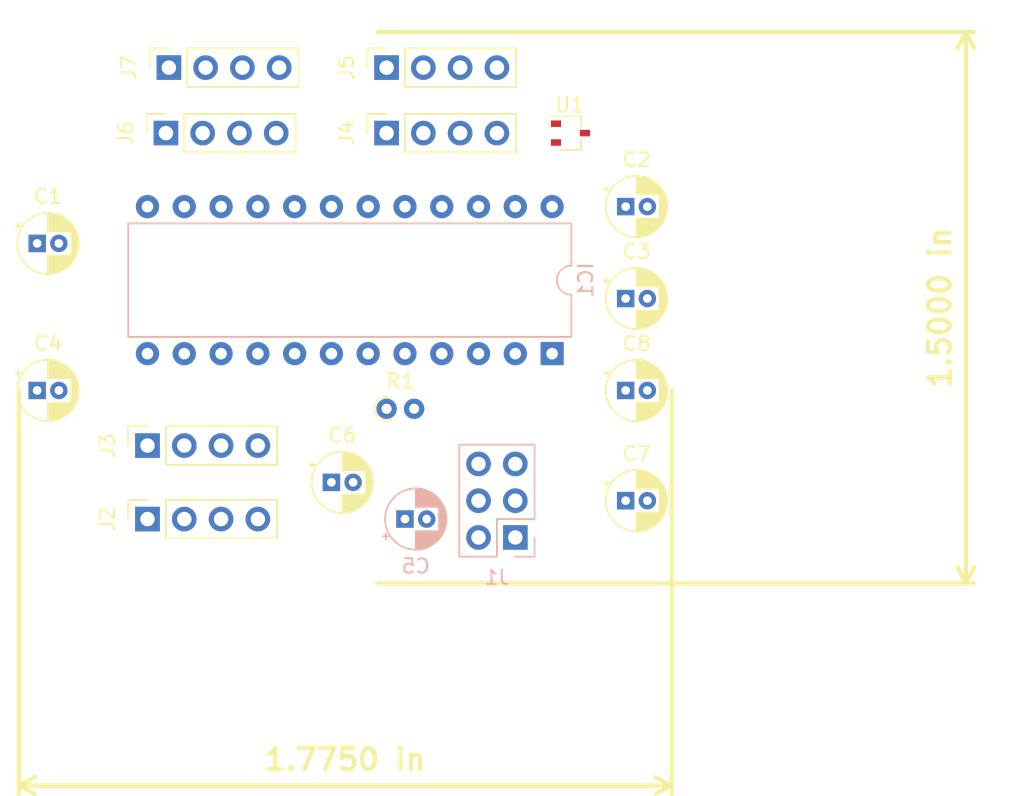
<source format=kicad_pcb>
(kicad_pcb (version 20171130) (host pcbnew "(5.0.2)-1")

  (general
    (thickness 1.6)
    (drawings 2)
    (tracks 0)
    (zones 0)
    (modules 18)
    (nets 29)
  )

  (page A4)
  (layers
    (0 F.Cu signal)
    (31 B.Cu signal)
    (32 B.Adhes user)
    (33 F.Adhes user)
    (34 B.Paste user)
    (35 F.Paste user)
    (36 B.SilkS user)
    (37 F.SilkS user)
    (38 B.Mask user)
    (39 F.Mask user)
    (40 Dwgs.User user)
    (41 Cmts.User user)
    (42 Eco1.User user)
    (43 Eco2.User user)
    (44 Edge.Cuts user)
    (45 Margin user)
    (46 B.CrtYd user)
    (47 F.CrtYd user)
    (48 B.Fab user)
    (49 F.Fab user)
  )

  (setup
    (last_trace_width 0.25)
    (trace_clearance 0.2)
    (zone_clearance 0.508)
    (zone_45_only no)
    (trace_min 0.2)
    (segment_width 0.2)
    (edge_width 0.15)
    (via_size 0.8)
    (via_drill 0.4)
    (via_min_size 0.4)
    (via_min_drill 0.3)
    (uvia_size 0.3)
    (uvia_drill 0.1)
    (uvias_allowed no)
    (uvia_min_size 0.2)
    (uvia_min_drill 0.1)
    (pcb_text_width 0.3)
    (pcb_text_size 1.5 1.5)
    (mod_edge_width 0.15)
    (mod_text_size 1 1)
    (mod_text_width 0.15)
    (pad_size 1.524 1.524)
    (pad_drill 0.762)
    (pad_to_mask_clearance 0.051)
    (solder_mask_min_width 0.25)
    (aux_axis_origin 0 0)
    (visible_elements 7FFFFFFF)
    (pcbplotparams
      (layerselection 0x010fc_ffffffff)
      (usegerberextensions false)
      (usegerberattributes false)
      (usegerberadvancedattributes false)
      (creategerberjobfile false)
      (excludeedgelayer true)
      (linewidth 0.100000)
      (plotframeref false)
      (viasonmask false)
      (mode 1)
      (useauxorigin false)
      (hpglpennumber 1)
      (hpglpenspeed 20)
      (hpglpendiameter 15.000000)
      (psnegative false)
      (psa4output false)
      (plotreference true)
      (plotvalue true)
      (plotinvisibletext false)
      (padsonsilk false)
      (subtractmaskfromsilk false)
      (outputformat 1)
      (mirror false)
      (drillshape 1)
      (scaleselection 1)
      (outputdirectory ""))
  )

  (net 0 "")
  (net 1 /5V)
  (net 2 GND)
  (net 3 "Net-(C3-Pad1)")
  (net 4 "Net-(C4-Pad1)")
  (net 5 "Net-(C6-Pad1)")
  (net 6 "Net-(C7-Pad1)")
  (net 7 "Net-(IC1-Pad1)")
  (net 8 "Net-(IC1-Pad13)")
  (net 9 "Net-(IC1-Pad2)")
  (net 10 "Net-(IC1-Pad14)")
  (net 11 "Net-(IC1-Pad3)")
  (net 12 "Net-(IC1-Pad15)")
  (net 13 "Net-(IC1-Pad16)")
  (net 14 "Net-(IC1-Pad17)")
  (net 15 /MISO)
  (net 16 "Net-(IC1-Pad9)")
  (net 17 /MOSI)
  (net 18 "Net-(IC1-Pad10)")
  (net 19 /SCK)
  (net 20 "Net-(IC1-Pad11)")
  (net 21 "Net-(IC1-Pad12)")
  (net 22 "Net-(J2-Pad4)")
  (net 23 "Net-(J3-Pad4)")
  (net 24 "Net-(J4-Pad4)")
  (net 25 "Net-(J5-Pad4)")
  (net 26 "Net-(J6-Pad4)")
  (net 27 "Net-(J7-Pad4)")
  (net 28 "Net-(J1-Pad5)")

  (net_class Default "Questo è il gruppo di collegamenti predefinito"
    (clearance 0.2)
    (trace_width 0.25)
    (via_dia 0.8)
    (via_drill 0.4)
    (uvia_dia 0.3)
    (uvia_drill 0.1)
    (add_net /5V)
    (add_net /MISO)
    (add_net /MOSI)
    (add_net /SCK)
    (add_net GND)
    (add_net "Net-(C3-Pad1)")
    (add_net "Net-(C4-Pad1)")
    (add_net "Net-(C6-Pad1)")
    (add_net "Net-(C7-Pad1)")
    (add_net "Net-(IC1-Pad1)")
    (add_net "Net-(IC1-Pad10)")
    (add_net "Net-(IC1-Pad11)")
    (add_net "Net-(IC1-Pad12)")
    (add_net "Net-(IC1-Pad13)")
    (add_net "Net-(IC1-Pad14)")
    (add_net "Net-(IC1-Pad15)")
    (add_net "Net-(IC1-Pad16)")
    (add_net "Net-(IC1-Pad17)")
    (add_net "Net-(IC1-Pad2)")
    (add_net "Net-(IC1-Pad3)")
    (add_net "Net-(IC1-Pad9)")
    (add_net "Net-(J1-Pad5)")
    (add_net "Net-(J2-Pad4)")
    (add_net "Net-(J3-Pad4)")
    (add_net "Net-(J4-Pad4)")
    (add_net "Net-(J5-Pad4)")
    (add_net "Net-(J6-Pad4)")
    (add_net "Net-(J7-Pad4)")
  )

  (module Capacitor_THT:CP_Radial_D4.0mm_P1.50mm (layer F.Cu) (tedit 5AE50EF0) (tstamp 5C54CF06)
    (at 111.76 95.25)
    (descr "CP, Radial series, Radial, pin pitch=1.50mm, , diameter=4mm, Electrolytic Capacitor")
    (tags "CP Radial series Radial pin pitch 1.50mm  diameter 4mm Electrolytic Capacitor")
    (path /5C4620DA)
    (fp_text reference C1 (at 0.75 -3.25) (layer F.SilkS)
      (effects (font (size 1 1) (thickness 0.15)))
    )
    (fp_text value 0.01e-6 (at 0.75 3.25) (layer F.Fab)
      (effects (font (size 1 1) (thickness 0.15)))
    )
    (fp_text user %R (at 0.75 0) (layer F.Fab)
      (effects (font (size 0.8 0.8) (thickness 0.12)))
    )
    (fp_line (start -1.319801 -1.395) (end -1.319801 -0.995) (layer F.SilkS) (width 0.12))
    (fp_line (start -1.519801 -1.195) (end -1.119801 -1.195) (layer F.SilkS) (width 0.12))
    (fp_line (start 2.831 -0.37) (end 2.831 0.37) (layer F.SilkS) (width 0.12))
    (fp_line (start 2.791 -0.537) (end 2.791 0.537) (layer F.SilkS) (width 0.12))
    (fp_line (start 2.751 -0.664) (end 2.751 0.664) (layer F.SilkS) (width 0.12))
    (fp_line (start 2.711 -0.768) (end 2.711 0.768) (layer F.SilkS) (width 0.12))
    (fp_line (start 2.671 -0.859) (end 2.671 0.859) (layer F.SilkS) (width 0.12))
    (fp_line (start 2.631 -0.94) (end 2.631 0.94) (layer F.SilkS) (width 0.12))
    (fp_line (start 2.591 -1.013) (end 2.591 1.013) (layer F.SilkS) (width 0.12))
    (fp_line (start 2.551 -1.08) (end 2.551 1.08) (layer F.SilkS) (width 0.12))
    (fp_line (start 2.511 -1.142) (end 2.511 1.142) (layer F.SilkS) (width 0.12))
    (fp_line (start 2.471 -1.2) (end 2.471 1.2) (layer F.SilkS) (width 0.12))
    (fp_line (start 2.431 -1.254) (end 2.431 1.254) (layer F.SilkS) (width 0.12))
    (fp_line (start 2.391 -1.304) (end 2.391 1.304) (layer F.SilkS) (width 0.12))
    (fp_line (start 2.351 -1.351) (end 2.351 1.351) (layer F.SilkS) (width 0.12))
    (fp_line (start 2.311 0.84) (end 2.311 1.396) (layer F.SilkS) (width 0.12))
    (fp_line (start 2.311 -1.396) (end 2.311 -0.84) (layer F.SilkS) (width 0.12))
    (fp_line (start 2.271 0.84) (end 2.271 1.438) (layer F.SilkS) (width 0.12))
    (fp_line (start 2.271 -1.438) (end 2.271 -0.84) (layer F.SilkS) (width 0.12))
    (fp_line (start 2.231 0.84) (end 2.231 1.478) (layer F.SilkS) (width 0.12))
    (fp_line (start 2.231 -1.478) (end 2.231 -0.84) (layer F.SilkS) (width 0.12))
    (fp_line (start 2.191 0.84) (end 2.191 1.516) (layer F.SilkS) (width 0.12))
    (fp_line (start 2.191 -1.516) (end 2.191 -0.84) (layer F.SilkS) (width 0.12))
    (fp_line (start 2.151 0.84) (end 2.151 1.552) (layer F.SilkS) (width 0.12))
    (fp_line (start 2.151 -1.552) (end 2.151 -0.84) (layer F.SilkS) (width 0.12))
    (fp_line (start 2.111 0.84) (end 2.111 1.587) (layer F.SilkS) (width 0.12))
    (fp_line (start 2.111 -1.587) (end 2.111 -0.84) (layer F.SilkS) (width 0.12))
    (fp_line (start 2.071 0.84) (end 2.071 1.619) (layer F.SilkS) (width 0.12))
    (fp_line (start 2.071 -1.619) (end 2.071 -0.84) (layer F.SilkS) (width 0.12))
    (fp_line (start 2.031 0.84) (end 2.031 1.65) (layer F.SilkS) (width 0.12))
    (fp_line (start 2.031 -1.65) (end 2.031 -0.84) (layer F.SilkS) (width 0.12))
    (fp_line (start 1.991 0.84) (end 1.991 1.68) (layer F.SilkS) (width 0.12))
    (fp_line (start 1.991 -1.68) (end 1.991 -0.84) (layer F.SilkS) (width 0.12))
    (fp_line (start 1.951 0.84) (end 1.951 1.708) (layer F.SilkS) (width 0.12))
    (fp_line (start 1.951 -1.708) (end 1.951 -0.84) (layer F.SilkS) (width 0.12))
    (fp_line (start 1.911 0.84) (end 1.911 1.735) (layer F.SilkS) (width 0.12))
    (fp_line (start 1.911 -1.735) (end 1.911 -0.84) (layer F.SilkS) (width 0.12))
    (fp_line (start 1.871 0.84) (end 1.871 1.76) (layer F.SilkS) (width 0.12))
    (fp_line (start 1.871 -1.76) (end 1.871 -0.84) (layer F.SilkS) (width 0.12))
    (fp_line (start 1.831 0.84) (end 1.831 1.785) (layer F.SilkS) (width 0.12))
    (fp_line (start 1.831 -1.785) (end 1.831 -0.84) (layer F.SilkS) (width 0.12))
    (fp_line (start 1.791 0.84) (end 1.791 1.808) (layer F.SilkS) (width 0.12))
    (fp_line (start 1.791 -1.808) (end 1.791 -0.84) (layer F.SilkS) (width 0.12))
    (fp_line (start 1.751 0.84) (end 1.751 1.83) (layer F.SilkS) (width 0.12))
    (fp_line (start 1.751 -1.83) (end 1.751 -0.84) (layer F.SilkS) (width 0.12))
    (fp_line (start 1.711 0.84) (end 1.711 1.851) (layer F.SilkS) (width 0.12))
    (fp_line (start 1.711 -1.851) (end 1.711 -0.84) (layer F.SilkS) (width 0.12))
    (fp_line (start 1.671 0.84) (end 1.671 1.87) (layer F.SilkS) (width 0.12))
    (fp_line (start 1.671 -1.87) (end 1.671 -0.84) (layer F.SilkS) (width 0.12))
    (fp_line (start 1.631 0.84) (end 1.631 1.889) (layer F.SilkS) (width 0.12))
    (fp_line (start 1.631 -1.889) (end 1.631 -0.84) (layer F.SilkS) (width 0.12))
    (fp_line (start 1.591 0.84) (end 1.591 1.907) (layer F.SilkS) (width 0.12))
    (fp_line (start 1.591 -1.907) (end 1.591 -0.84) (layer F.SilkS) (width 0.12))
    (fp_line (start 1.551 0.84) (end 1.551 1.924) (layer F.SilkS) (width 0.12))
    (fp_line (start 1.551 -1.924) (end 1.551 -0.84) (layer F.SilkS) (width 0.12))
    (fp_line (start 1.511 0.84) (end 1.511 1.94) (layer F.SilkS) (width 0.12))
    (fp_line (start 1.511 -1.94) (end 1.511 -0.84) (layer F.SilkS) (width 0.12))
    (fp_line (start 1.471 0.84) (end 1.471 1.954) (layer F.SilkS) (width 0.12))
    (fp_line (start 1.471 -1.954) (end 1.471 -0.84) (layer F.SilkS) (width 0.12))
    (fp_line (start 1.43 0.84) (end 1.43 1.968) (layer F.SilkS) (width 0.12))
    (fp_line (start 1.43 -1.968) (end 1.43 -0.84) (layer F.SilkS) (width 0.12))
    (fp_line (start 1.39 0.84) (end 1.39 1.982) (layer F.SilkS) (width 0.12))
    (fp_line (start 1.39 -1.982) (end 1.39 -0.84) (layer F.SilkS) (width 0.12))
    (fp_line (start 1.35 0.84) (end 1.35 1.994) (layer F.SilkS) (width 0.12))
    (fp_line (start 1.35 -1.994) (end 1.35 -0.84) (layer F.SilkS) (width 0.12))
    (fp_line (start 1.31 0.84) (end 1.31 2.005) (layer F.SilkS) (width 0.12))
    (fp_line (start 1.31 -2.005) (end 1.31 -0.84) (layer F.SilkS) (width 0.12))
    (fp_line (start 1.27 0.84) (end 1.27 2.016) (layer F.SilkS) (width 0.12))
    (fp_line (start 1.27 -2.016) (end 1.27 -0.84) (layer F.SilkS) (width 0.12))
    (fp_line (start 1.23 0.84) (end 1.23 2.025) (layer F.SilkS) (width 0.12))
    (fp_line (start 1.23 -2.025) (end 1.23 -0.84) (layer F.SilkS) (width 0.12))
    (fp_line (start 1.19 0.84) (end 1.19 2.034) (layer F.SilkS) (width 0.12))
    (fp_line (start 1.19 -2.034) (end 1.19 -0.84) (layer F.SilkS) (width 0.12))
    (fp_line (start 1.15 0.84) (end 1.15 2.042) (layer F.SilkS) (width 0.12))
    (fp_line (start 1.15 -2.042) (end 1.15 -0.84) (layer F.SilkS) (width 0.12))
    (fp_line (start 1.11 0.84) (end 1.11 2.05) (layer F.SilkS) (width 0.12))
    (fp_line (start 1.11 -2.05) (end 1.11 -0.84) (layer F.SilkS) (width 0.12))
    (fp_line (start 1.07 0.84) (end 1.07 2.056) (layer F.SilkS) (width 0.12))
    (fp_line (start 1.07 -2.056) (end 1.07 -0.84) (layer F.SilkS) (width 0.12))
    (fp_line (start 1.03 0.84) (end 1.03 2.062) (layer F.SilkS) (width 0.12))
    (fp_line (start 1.03 -2.062) (end 1.03 -0.84) (layer F.SilkS) (width 0.12))
    (fp_line (start 0.99 0.84) (end 0.99 2.067) (layer F.SilkS) (width 0.12))
    (fp_line (start 0.99 -2.067) (end 0.99 -0.84) (layer F.SilkS) (width 0.12))
    (fp_line (start 0.95 0.84) (end 0.95 2.071) (layer F.SilkS) (width 0.12))
    (fp_line (start 0.95 -2.071) (end 0.95 -0.84) (layer F.SilkS) (width 0.12))
    (fp_line (start 0.91 0.84) (end 0.91 2.074) (layer F.SilkS) (width 0.12))
    (fp_line (start 0.91 -2.074) (end 0.91 -0.84) (layer F.SilkS) (width 0.12))
    (fp_line (start 0.87 0.84) (end 0.87 2.077) (layer F.SilkS) (width 0.12))
    (fp_line (start 0.87 -2.077) (end 0.87 -0.84) (layer F.SilkS) (width 0.12))
    (fp_line (start 0.83 -2.079) (end 0.83 -0.84) (layer F.SilkS) (width 0.12))
    (fp_line (start 0.83 0.84) (end 0.83 2.079) (layer F.SilkS) (width 0.12))
    (fp_line (start 0.79 -2.08) (end 0.79 -0.84) (layer F.SilkS) (width 0.12))
    (fp_line (start 0.79 0.84) (end 0.79 2.08) (layer F.SilkS) (width 0.12))
    (fp_line (start 0.75 -2.08) (end 0.75 -0.84) (layer F.SilkS) (width 0.12))
    (fp_line (start 0.75 0.84) (end 0.75 2.08) (layer F.SilkS) (width 0.12))
    (fp_line (start -0.752554 -1.0675) (end -0.752554 -0.6675) (layer F.Fab) (width 0.1))
    (fp_line (start -0.952554 -0.8675) (end -0.552554 -0.8675) (layer F.Fab) (width 0.1))
    (fp_circle (center 0.75 0) (end 3 0) (layer F.CrtYd) (width 0.05))
    (fp_circle (center 0.75 0) (end 2.87 0) (layer F.SilkS) (width 0.12))
    (fp_circle (center 0.75 0) (end 2.75 0) (layer F.Fab) (width 0.1))
    (pad 2 thru_hole circle (at 1.5 0) (size 1.2 1.2) (drill 0.6) (layers *.Cu *.Mask)
      (net 2 GND))
    (pad 1 thru_hole rect (at 0 0) (size 1.2 1.2) (drill 0.6) (layers *.Cu *.Mask)
      (net 1 /5V))
    (model ${KISYS3DMOD}/Capacitor_THT.3dshapes/CP_Radial_D4.0mm_P1.50mm.wrl
      (at (xyz 0 0 0))
      (scale (xyz 1 1 1))
      (rotate (xyz 0 0 0))
    )
  )

  (module Capacitor_THT:CP_Radial_D4.0mm_P1.50mm (layer F.Cu) (tedit 5AE50EF0) (tstamp 5C54CF71)
    (at 152.4 92.71)
    (descr "CP, Radial series, Radial, pin pitch=1.50mm, , diameter=4mm, Electrolytic Capacitor")
    (tags "CP Radial series Radial pin pitch 1.50mm  diameter 4mm Electrolytic Capacitor")
    (path /5C46215A)
    (fp_text reference C2 (at 0.75 -3.25) (layer F.SilkS)
      (effects (font (size 1 1) (thickness 0.15)))
    )
    (fp_text value 10e-6 (at 0.75 3.25) (layer F.Fab)
      (effects (font (size 1 1) (thickness 0.15)))
    )
    (fp_circle (center 0.75 0) (end 2.75 0) (layer F.Fab) (width 0.1))
    (fp_circle (center 0.75 0) (end 2.87 0) (layer F.SilkS) (width 0.12))
    (fp_circle (center 0.75 0) (end 3 0) (layer F.CrtYd) (width 0.05))
    (fp_line (start -0.952554 -0.8675) (end -0.552554 -0.8675) (layer F.Fab) (width 0.1))
    (fp_line (start -0.752554 -1.0675) (end -0.752554 -0.6675) (layer F.Fab) (width 0.1))
    (fp_line (start 0.75 0.84) (end 0.75 2.08) (layer F.SilkS) (width 0.12))
    (fp_line (start 0.75 -2.08) (end 0.75 -0.84) (layer F.SilkS) (width 0.12))
    (fp_line (start 0.79 0.84) (end 0.79 2.08) (layer F.SilkS) (width 0.12))
    (fp_line (start 0.79 -2.08) (end 0.79 -0.84) (layer F.SilkS) (width 0.12))
    (fp_line (start 0.83 0.84) (end 0.83 2.079) (layer F.SilkS) (width 0.12))
    (fp_line (start 0.83 -2.079) (end 0.83 -0.84) (layer F.SilkS) (width 0.12))
    (fp_line (start 0.87 -2.077) (end 0.87 -0.84) (layer F.SilkS) (width 0.12))
    (fp_line (start 0.87 0.84) (end 0.87 2.077) (layer F.SilkS) (width 0.12))
    (fp_line (start 0.91 -2.074) (end 0.91 -0.84) (layer F.SilkS) (width 0.12))
    (fp_line (start 0.91 0.84) (end 0.91 2.074) (layer F.SilkS) (width 0.12))
    (fp_line (start 0.95 -2.071) (end 0.95 -0.84) (layer F.SilkS) (width 0.12))
    (fp_line (start 0.95 0.84) (end 0.95 2.071) (layer F.SilkS) (width 0.12))
    (fp_line (start 0.99 -2.067) (end 0.99 -0.84) (layer F.SilkS) (width 0.12))
    (fp_line (start 0.99 0.84) (end 0.99 2.067) (layer F.SilkS) (width 0.12))
    (fp_line (start 1.03 -2.062) (end 1.03 -0.84) (layer F.SilkS) (width 0.12))
    (fp_line (start 1.03 0.84) (end 1.03 2.062) (layer F.SilkS) (width 0.12))
    (fp_line (start 1.07 -2.056) (end 1.07 -0.84) (layer F.SilkS) (width 0.12))
    (fp_line (start 1.07 0.84) (end 1.07 2.056) (layer F.SilkS) (width 0.12))
    (fp_line (start 1.11 -2.05) (end 1.11 -0.84) (layer F.SilkS) (width 0.12))
    (fp_line (start 1.11 0.84) (end 1.11 2.05) (layer F.SilkS) (width 0.12))
    (fp_line (start 1.15 -2.042) (end 1.15 -0.84) (layer F.SilkS) (width 0.12))
    (fp_line (start 1.15 0.84) (end 1.15 2.042) (layer F.SilkS) (width 0.12))
    (fp_line (start 1.19 -2.034) (end 1.19 -0.84) (layer F.SilkS) (width 0.12))
    (fp_line (start 1.19 0.84) (end 1.19 2.034) (layer F.SilkS) (width 0.12))
    (fp_line (start 1.23 -2.025) (end 1.23 -0.84) (layer F.SilkS) (width 0.12))
    (fp_line (start 1.23 0.84) (end 1.23 2.025) (layer F.SilkS) (width 0.12))
    (fp_line (start 1.27 -2.016) (end 1.27 -0.84) (layer F.SilkS) (width 0.12))
    (fp_line (start 1.27 0.84) (end 1.27 2.016) (layer F.SilkS) (width 0.12))
    (fp_line (start 1.31 -2.005) (end 1.31 -0.84) (layer F.SilkS) (width 0.12))
    (fp_line (start 1.31 0.84) (end 1.31 2.005) (layer F.SilkS) (width 0.12))
    (fp_line (start 1.35 -1.994) (end 1.35 -0.84) (layer F.SilkS) (width 0.12))
    (fp_line (start 1.35 0.84) (end 1.35 1.994) (layer F.SilkS) (width 0.12))
    (fp_line (start 1.39 -1.982) (end 1.39 -0.84) (layer F.SilkS) (width 0.12))
    (fp_line (start 1.39 0.84) (end 1.39 1.982) (layer F.SilkS) (width 0.12))
    (fp_line (start 1.43 -1.968) (end 1.43 -0.84) (layer F.SilkS) (width 0.12))
    (fp_line (start 1.43 0.84) (end 1.43 1.968) (layer F.SilkS) (width 0.12))
    (fp_line (start 1.471 -1.954) (end 1.471 -0.84) (layer F.SilkS) (width 0.12))
    (fp_line (start 1.471 0.84) (end 1.471 1.954) (layer F.SilkS) (width 0.12))
    (fp_line (start 1.511 -1.94) (end 1.511 -0.84) (layer F.SilkS) (width 0.12))
    (fp_line (start 1.511 0.84) (end 1.511 1.94) (layer F.SilkS) (width 0.12))
    (fp_line (start 1.551 -1.924) (end 1.551 -0.84) (layer F.SilkS) (width 0.12))
    (fp_line (start 1.551 0.84) (end 1.551 1.924) (layer F.SilkS) (width 0.12))
    (fp_line (start 1.591 -1.907) (end 1.591 -0.84) (layer F.SilkS) (width 0.12))
    (fp_line (start 1.591 0.84) (end 1.591 1.907) (layer F.SilkS) (width 0.12))
    (fp_line (start 1.631 -1.889) (end 1.631 -0.84) (layer F.SilkS) (width 0.12))
    (fp_line (start 1.631 0.84) (end 1.631 1.889) (layer F.SilkS) (width 0.12))
    (fp_line (start 1.671 -1.87) (end 1.671 -0.84) (layer F.SilkS) (width 0.12))
    (fp_line (start 1.671 0.84) (end 1.671 1.87) (layer F.SilkS) (width 0.12))
    (fp_line (start 1.711 -1.851) (end 1.711 -0.84) (layer F.SilkS) (width 0.12))
    (fp_line (start 1.711 0.84) (end 1.711 1.851) (layer F.SilkS) (width 0.12))
    (fp_line (start 1.751 -1.83) (end 1.751 -0.84) (layer F.SilkS) (width 0.12))
    (fp_line (start 1.751 0.84) (end 1.751 1.83) (layer F.SilkS) (width 0.12))
    (fp_line (start 1.791 -1.808) (end 1.791 -0.84) (layer F.SilkS) (width 0.12))
    (fp_line (start 1.791 0.84) (end 1.791 1.808) (layer F.SilkS) (width 0.12))
    (fp_line (start 1.831 -1.785) (end 1.831 -0.84) (layer F.SilkS) (width 0.12))
    (fp_line (start 1.831 0.84) (end 1.831 1.785) (layer F.SilkS) (width 0.12))
    (fp_line (start 1.871 -1.76) (end 1.871 -0.84) (layer F.SilkS) (width 0.12))
    (fp_line (start 1.871 0.84) (end 1.871 1.76) (layer F.SilkS) (width 0.12))
    (fp_line (start 1.911 -1.735) (end 1.911 -0.84) (layer F.SilkS) (width 0.12))
    (fp_line (start 1.911 0.84) (end 1.911 1.735) (layer F.SilkS) (width 0.12))
    (fp_line (start 1.951 -1.708) (end 1.951 -0.84) (layer F.SilkS) (width 0.12))
    (fp_line (start 1.951 0.84) (end 1.951 1.708) (layer F.SilkS) (width 0.12))
    (fp_line (start 1.991 -1.68) (end 1.991 -0.84) (layer F.SilkS) (width 0.12))
    (fp_line (start 1.991 0.84) (end 1.991 1.68) (layer F.SilkS) (width 0.12))
    (fp_line (start 2.031 -1.65) (end 2.031 -0.84) (layer F.SilkS) (width 0.12))
    (fp_line (start 2.031 0.84) (end 2.031 1.65) (layer F.SilkS) (width 0.12))
    (fp_line (start 2.071 -1.619) (end 2.071 -0.84) (layer F.SilkS) (width 0.12))
    (fp_line (start 2.071 0.84) (end 2.071 1.619) (layer F.SilkS) (width 0.12))
    (fp_line (start 2.111 -1.587) (end 2.111 -0.84) (layer F.SilkS) (width 0.12))
    (fp_line (start 2.111 0.84) (end 2.111 1.587) (layer F.SilkS) (width 0.12))
    (fp_line (start 2.151 -1.552) (end 2.151 -0.84) (layer F.SilkS) (width 0.12))
    (fp_line (start 2.151 0.84) (end 2.151 1.552) (layer F.SilkS) (width 0.12))
    (fp_line (start 2.191 -1.516) (end 2.191 -0.84) (layer F.SilkS) (width 0.12))
    (fp_line (start 2.191 0.84) (end 2.191 1.516) (layer F.SilkS) (width 0.12))
    (fp_line (start 2.231 -1.478) (end 2.231 -0.84) (layer F.SilkS) (width 0.12))
    (fp_line (start 2.231 0.84) (end 2.231 1.478) (layer F.SilkS) (width 0.12))
    (fp_line (start 2.271 -1.438) (end 2.271 -0.84) (layer F.SilkS) (width 0.12))
    (fp_line (start 2.271 0.84) (end 2.271 1.438) (layer F.SilkS) (width 0.12))
    (fp_line (start 2.311 -1.396) (end 2.311 -0.84) (layer F.SilkS) (width 0.12))
    (fp_line (start 2.311 0.84) (end 2.311 1.396) (layer F.SilkS) (width 0.12))
    (fp_line (start 2.351 -1.351) (end 2.351 1.351) (layer F.SilkS) (width 0.12))
    (fp_line (start 2.391 -1.304) (end 2.391 1.304) (layer F.SilkS) (width 0.12))
    (fp_line (start 2.431 -1.254) (end 2.431 1.254) (layer F.SilkS) (width 0.12))
    (fp_line (start 2.471 -1.2) (end 2.471 1.2) (layer F.SilkS) (width 0.12))
    (fp_line (start 2.511 -1.142) (end 2.511 1.142) (layer F.SilkS) (width 0.12))
    (fp_line (start 2.551 -1.08) (end 2.551 1.08) (layer F.SilkS) (width 0.12))
    (fp_line (start 2.591 -1.013) (end 2.591 1.013) (layer F.SilkS) (width 0.12))
    (fp_line (start 2.631 -0.94) (end 2.631 0.94) (layer F.SilkS) (width 0.12))
    (fp_line (start 2.671 -0.859) (end 2.671 0.859) (layer F.SilkS) (width 0.12))
    (fp_line (start 2.711 -0.768) (end 2.711 0.768) (layer F.SilkS) (width 0.12))
    (fp_line (start 2.751 -0.664) (end 2.751 0.664) (layer F.SilkS) (width 0.12))
    (fp_line (start 2.791 -0.537) (end 2.791 0.537) (layer F.SilkS) (width 0.12))
    (fp_line (start 2.831 -0.37) (end 2.831 0.37) (layer F.SilkS) (width 0.12))
    (fp_line (start -1.519801 -1.195) (end -1.119801 -1.195) (layer F.SilkS) (width 0.12))
    (fp_line (start -1.319801 -1.395) (end -1.319801 -0.995) (layer F.SilkS) (width 0.12))
    (fp_text user %R (at 0.75 0) (layer F.Fab)
      (effects (font (size 0.8 0.8) (thickness 0.12)))
    )
    (pad 1 thru_hole rect (at 0 0) (size 1.2 1.2) (drill 0.6) (layers *.Cu *.Mask)
      (net 1 /5V))
    (pad 2 thru_hole circle (at 1.5 0) (size 1.2 1.2) (drill 0.6) (layers *.Cu *.Mask)
      (net 2 GND))
    (model ${KISYS3DMOD}/Capacitor_THT.3dshapes/CP_Radial_D4.0mm_P1.50mm.wrl
      (at (xyz 0 0 0))
      (scale (xyz 1 1 1))
      (rotate (xyz 0 0 0))
    )
  )

  (module Capacitor_THT:CP_Radial_D4.0mm_P1.50mm (layer F.Cu) (tedit 5AE50EF0) (tstamp 5C5512C5)
    (at 152.4 99.06)
    (descr "CP, Radial series, Radial, pin pitch=1.50mm, , diameter=4mm, Electrolytic Capacitor")
    (tags "CP Radial series Radial pin pitch 1.50mm  diameter 4mm Electrolytic Capacitor")
    (path /5C462545)
    (fp_text reference C3 (at 0.75 -3.25) (layer F.SilkS)
      (effects (font (size 1 1) (thickness 0.15)))
    )
    (fp_text value 0.1e-6 (at 0.75 3.25) (layer F.Fab)
      (effects (font (size 1 1) (thickness 0.15)))
    )
    (fp_text user %R (at 0.75 0) (layer F.Fab)
      (effects (font (size 0.8 0.8) (thickness 0.12)))
    )
    (fp_line (start -1.319801 -1.395) (end -1.319801 -0.995) (layer F.SilkS) (width 0.12))
    (fp_line (start -1.519801 -1.195) (end -1.119801 -1.195) (layer F.SilkS) (width 0.12))
    (fp_line (start 2.831 -0.37) (end 2.831 0.37) (layer F.SilkS) (width 0.12))
    (fp_line (start 2.791 -0.537) (end 2.791 0.537) (layer F.SilkS) (width 0.12))
    (fp_line (start 2.751 -0.664) (end 2.751 0.664) (layer F.SilkS) (width 0.12))
    (fp_line (start 2.711 -0.768) (end 2.711 0.768) (layer F.SilkS) (width 0.12))
    (fp_line (start 2.671 -0.859) (end 2.671 0.859) (layer F.SilkS) (width 0.12))
    (fp_line (start 2.631 -0.94) (end 2.631 0.94) (layer F.SilkS) (width 0.12))
    (fp_line (start 2.591 -1.013) (end 2.591 1.013) (layer F.SilkS) (width 0.12))
    (fp_line (start 2.551 -1.08) (end 2.551 1.08) (layer F.SilkS) (width 0.12))
    (fp_line (start 2.511 -1.142) (end 2.511 1.142) (layer F.SilkS) (width 0.12))
    (fp_line (start 2.471 -1.2) (end 2.471 1.2) (layer F.SilkS) (width 0.12))
    (fp_line (start 2.431 -1.254) (end 2.431 1.254) (layer F.SilkS) (width 0.12))
    (fp_line (start 2.391 -1.304) (end 2.391 1.304) (layer F.SilkS) (width 0.12))
    (fp_line (start 2.351 -1.351) (end 2.351 1.351) (layer F.SilkS) (width 0.12))
    (fp_line (start 2.311 0.84) (end 2.311 1.396) (layer F.SilkS) (width 0.12))
    (fp_line (start 2.311 -1.396) (end 2.311 -0.84) (layer F.SilkS) (width 0.12))
    (fp_line (start 2.271 0.84) (end 2.271 1.438) (layer F.SilkS) (width 0.12))
    (fp_line (start 2.271 -1.438) (end 2.271 -0.84) (layer F.SilkS) (width 0.12))
    (fp_line (start 2.231 0.84) (end 2.231 1.478) (layer F.SilkS) (width 0.12))
    (fp_line (start 2.231 -1.478) (end 2.231 -0.84) (layer F.SilkS) (width 0.12))
    (fp_line (start 2.191 0.84) (end 2.191 1.516) (layer F.SilkS) (width 0.12))
    (fp_line (start 2.191 -1.516) (end 2.191 -0.84) (layer F.SilkS) (width 0.12))
    (fp_line (start 2.151 0.84) (end 2.151 1.552) (layer F.SilkS) (width 0.12))
    (fp_line (start 2.151 -1.552) (end 2.151 -0.84) (layer F.SilkS) (width 0.12))
    (fp_line (start 2.111 0.84) (end 2.111 1.587) (layer F.SilkS) (width 0.12))
    (fp_line (start 2.111 -1.587) (end 2.111 -0.84) (layer F.SilkS) (width 0.12))
    (fp_line (start 2.071 0.84) (end 2.071 1.619) (layer F.SilkS) (width 0.12))
    (fp_line (start 2.071 -1.619) (end 2.071 -0.84) (layer F.SilkS) (width 0.12))
    (fp_line (start 2.031 0.84) (end 2.031 1.65) (layer F.SilkS) (width 0.12))
    (fp_line (start 2.031 -1.65) (end 2.031 -0.84) (layer F.SilkS) (width 0.12))
    (fp_line (start 1.991 0.84) (end 1.991 1.68) (layer F.SilkS) (width 0.12))
    (fp_line (start 1.991 -1.68) (end 1.991 -0.84) (layer F.SilkS) (width 0.12))
    (fp_line (start 1.951 0.84) (end 1.951 1.708) (layer F.SilkS) (width 0.12))
    (fp_line (start 1.951 -1.708) (end 1.951 -0.84) (layer F.SilkS) (width 0.12))
    (fp_line (start 1.911 0.84) (end 1.911 1.735) (layer F.SilkS) (width 0.12))
    (fp_line (start 1.911 -1.735) (end 1.911 -0.84) (layer F.SilkS) (width 0.12))
    (fp_line (start 1.871 0.84) (end 1.871 1.76) (layer F.SilkS) (width 0.12))
    (fp_line (start 1.871 -1.76) (end 1.871 -0.84) (layer F.SilkS) (width 0.12))
    (fp_line (start 1.831 0.84) (end 1.831 1.785) (layer F.SilkS) (width 0.12))
    (fp_line (start 1.831 -1.785) (end 1.831 -0.84) (layer F.SilkS) (width 0.12))
    (fp_line (start 1.791 0.84) (end 1.791 1.808) (layer F.SilkS) (width 0.12))
    (fp_line (start 1.791 -1.808) (end 1.791 -0.84) (layer F.SilkS) (width 0.12))
    (fp_line (start 1.751 0.84) (end 1.751 1.83) (layer F.SilkS) (width 0.12))
    (fp_line (start 1.751 -1.83) (end 1.751 -0.84) (layer F.SilkS) (width 0.12))
    (fp_line (start 1.711 0.84) (end 1.711 1.851) (layer F.SilkS) (width 0.12))
    (fp_line (start 1.711 -1.851) (end 1.711 -0.84) (layer F.SilkS) (width 0.12))
    (fp_line (start 1.671 0.84) (end 1.671 1.87) (layer F.SilkS) (width 0.12))
    (fp_line (start 1.671 -1.87) (end 1.671 -0.84) (layer F.SilkS) (width 0.12))
    (fp_line (start 1.631 0.84) (end 1.631 1.889) (layer F.SilkS) (width 0.12))
    (fp_line (start 1.631 -1.889) (end 1.631 -0.84) (layer F.SilkS) (width 0.12))
    (fp_line (start 1.591 0.84) (end 1.591 1.907) (layer F.SilkS) (width 0.12))
    (fp_line (start 1.591 -1.907) (end 1.591 -0.84) (layer F.SilkS) (width 0.12))
    (fp_line (start 1.551 0.84) (end 1.551 1.924) (layer F.SilkS) (width 0.12))
    (fp_line (start 1.551 -1.924) (end 1.551 -0.84) (layer F.SilkS) (width 0.12))
    (fp_line (start 1.511 0.84) (end 1.511 1.94) (layer F.SilkS) (width 0.12))
    (fp_line (start 1.511 -1.94) (end 1.511 -0.84) (layer F.SilkS) (width 0.12))
    (fp_line (start 1.471 0.84) (end 1.471 1.954) (layer F.SilkS) (width 0.12))
    (fp_line (start 1.471 -1.954) (end 1.471 -0.84) (layer F.SilkS) (width 0.12))
    (fp_line (start 1.43 0.84) (end 1.43 1.968) (layer F.SilkS) (width 0.12))
    (fp_line (start 1.43 -1.968) (end 1.43 -0.84) (layer F.SilkS) (width 0.12))
    (fp_line (start 1.39 0.84) (end 1.39 1.982) (layer F.SilkS) (width 0.12))
    (fp_line (start 1.39 -1.982) (end 1.39 -0.84) (layer F.SilkS) (width 0.12))
    (fp_line (start 1.35 0.84) (end 1.35 1.994) (layer F.SilkS) (width 0.12))
    (fp_line (start 1.35 -1.994) (end 1.35 -0.84) (layer F.SilkS) (width 0.12))
    (fp_line (start 1.31 0.84) (end 1.31 2.005) (layer F.SilkS) (width 0.12))
    (fp_line (start 1.31 -2.005) (end 1.31 -0.84) (layer F.SilkS) (width 0.12))
    (fp_line (start 1.27 0.84) (end 1.27 2.016) (layer F.SilkS) (width 0.12))
    (fp_line (start 1.27 -2.016) (end 1.27 -0.84) (layer F.SilkS) (width 0.12))
    (fp_line (start 1.23 0.84) (end 1.23 2.025) (layer F.SilkS) (width 0.12))
    (fp_line (start 1.23 -2.025) (end 1.23 -0.84) (layer F.SilkS) (width 0.12))
    (fp_line (start 1.19 0.84) (end 1.19 2.034) (layer F.SilkS) (width 0.12))
    (fp_line (start 1.19 -2.034) (end 1.19 -0.84) (layer F.SilkS) (width 0.12))
    (fp_line (start 1.15 0.84) (end 1.15 2.042) (layer F.SilkS) (width 0.12))
    (fp_line (start 1.15 -2.042) (end 1.15 -0.84) (layer F.SilkS) (width 0.12))
    (fp_line (start 1.11 0.84) (end 1.11 2.05) (layer F.SilkS) (width 0.12))
    (fp_line (start 1.11 -2.05) (end 1.11 -0.84) (layer F.SilkS) (width 0.12))
    (fp_line (start 1.07 0.84) (end 1.07 2.056) (layer F.SilkS) (width 0.12))
    (fp_line (start 1.07 -2.056) (end 1.07 -0.84) (layer F.SilkS) (width 0.12))
    (fp_line (start 1.03 0.84) (end 1.03 2.062) (layer F.SilkS) (width 0.12))
    (fp_line (start 1.03 -2.062) (end 1.03 -0.84) (layer F.SilkS) (width 0.12))
    (fp_line (start 0.99 0.84) (end 0.99 2.067) (layer F.SilkS) (width 0.12))
    (fp_line (start 0.99 -2.067) (end 0.99 -0.84) (layer F.SilkS) (width 0.12))
    (fp_line (start 0.95 0.84) (end 0.95 2.071) (layer F.SilkS) (width 0.12))
    (fp_line (start 0.95 -2.071) (end 0.95 -0.84) (layer F.SilkS) (width 0.12))
    (fp_line (start 0.91 0.84) (end 0.91 2.074) (layer F.SilkS) (width 0.12))
    (fp_line (start 0.91 -2.074) (end 0.91 -0.84) (layer F.SilkS) (width 0.12))
    (fp_line (start 0.87 0.84) (end 0.87 2.077) (layer F.SilkS) (width 0.12))
    (fp_line (start 0.87 -2.077) (end 0.87 -0.84) (layer F.SilkS) (width 0.12))
    (fp_line (start 0.83 -2.079) (end 0.83 -0.84) (layer F.SilkS) (width 0.12))
    (fp_line (start 0.83 0.84) (end 0.83 2.079) (layer F.SilkS) (width 0.12))
    (fp_line (start 0.79 -2.08) (end 0.79 -0.84) (layer F.SilkS) (width 0.12))
    (fp_line (start 0.79 0.84) (end 0.79 2.08) (layer F.SilkS) (width 0.12))
    (fp_line (start 0.75 -2.08) (end 0.75 -0.84) (layer F.SilkS) (width 0.12))
    (fp_line (start 0.75 0.84) (end 0.75 2.08) (layer F.SilkS) (width 0.12))
    (fp_line (start -0.752554 -1.0675) (end -0.752554 -0.6675) (layer F.Fab) (width 0.1))
    (fp_line (start -0.952554 -0.8675) (end -0.552554 -0.8675) (layer F.Fab) (width 0.1))
    (fp_circle (center 0.75 0) (end 3 0) (layer F.CrtYd) (width 0.05))
    (fp_circle (center 0.75 0) (end 2.87 0) (layer F.SilkS) (width 0.12))
    (fp_circle (center 0.75 0) (end 2.75 0) (layer F.Fab) (width 0.1))
    (pad 2 thru_hole circle (at 1.5 0) (size 1.2 1.2) (drill 0.6) (layers *.Cu *.Mask)
      (net 2 GND))
    (pad 1 thru_hole rect (at 0 0) (size 1.2 1.2) (drill 0.6) (layers *.Cu *.Mask)
      (net 3 "Net-(C3-Pad1)"))
    (model ${KISYS3DMOD}/Capacitor_THT.3dshapes/CP_Radial_D4.0mm_P1.50mm.wrl
      (at (xyz 0 0 0))
      (scale (xyz 1 1 1))
      (rotate (xyz 0 0 0))
    )
  )

  (module Capacitor_THT:CP_Radial_D4.0mm_P1.50mm (layer F.Cu) (tedit 5AE50EF0) (tstamp 5C54D047)
    (at 111.76 105.41)
    (descr "CP, Radial series, Radial, pin pitch=1.50mm, , diameter=4mm, Electrolytic Capacitor")
    (tags "CP Radial series Radial pin pitch 1.50mm  diameter 4mm Electrolytic Capacitor")
    (path /5C4630EC)
    (fp_text reference C4 (at 0.75 -3.25) (layer F.SilkS)
      (effects (font (size 1 1) (thickness 0.15)))
    )
    (fp_text value 470e-9 (at 0.75 3.25) (layer F.Fab)
      (effects (font (size 1 1) (thickness 0.15)))
    )
    (fp_circle (center 0.75 0) (end 2.75 0) (layer F.Fab) (width 0.1))
    (fp_circle (center 0.75 0) (end 2.87 0) (layer F.SilkS) (width 0.12))
    (fp_circle (center 0.75 0) (end 3 0) (layer F.CrtYd) (width 0.05))
    (fp_line (start -0.952554 -0.8675) (end -0.552554 -0.8675) (layer F.Fab) (width 0.1))
    (fp_line (start -0.752554 -1.0675) (end -0.752554 -0.6675) (layer F.Fab) (width 0.1))
    (fp_line (start 0.75 0.84) (end 0.75 2.08) (layer F.SilkS) (width 0.12))
    (fp_line (start 0.75 -2.08) (end 0.75 -0.84) (layer F.SilkS) (width 0.12))
    (fp_line (start 0.79 0.84) (end 0.79 2.08) (layer F.SilkS) (width 0.12))
    (fp_line (start 0.79 -2.08) (end 0.79 -0.84) (layer F.SilkS) (width 0.12))
    (fp_line (start 0.83 0.84) (end 0.83 2.079) (layer F.SilkS) (width 0.12))
    (fp_line (start 0.83 -2.079) (end 0.83 -0.84) (layer F.SilkS) (width 0.12))
    (fp_line (start 0.87 -2.077) (end 0.87 -0.84) (layer F.SilkS) (width 0.12))
    (fp_line (start 0.87 0.84) (end 0.87 2.077) (layer F.SilkS) (width 0.12))
    (fp_line (start 0.91 -2.074) (end 0.91 -0.84) (layer F.SilkS) (width 0.12))
    (fp_line (start 0.91 0.84) (end 0.91 2.074) (layer F.SilkS) (width 0.12))
    (fp_line (start 0.95 -2.071) (end 0.95 -0.84) (layer F.SilkS) (width 0.12))
    (fp_line (start 0.95 0.84) (end 0.95 2.071) (layer F.SilkS) (width 0.12))
    (fp_line (start 0.99 -2.067) (end 0.99 -0.84) (layer F.SilkS) (width 0.12))
    (fp_line (start 0.99 0.84) (end 0.99 2.067) (layer F.SilkS) (width 0.12))
    (fp_line (start 1.03 -2.062) (end 1.03 -0.84) (layer F.SilkS) (width 0.12))
    (fp_line (start 1.03 0.84) (end 1.03 2.062) (layer F.SilkS) (width 0.12))
    (fp_line (start 1.07 -2.056) (end 1.07 -0.84) (layer F.SilkS) (width 0.12))
    (fp_line (start 1.07 0.84) (end 1.07 2.056) (layer F.SilkS) (width 0.12))
    (fp_line (start 1.11 -2.05) (end 1.11 -0.84) (layer F.SilkS) (width 0.12))
    (fp_line (start 1.11 0.84) (end 1.11 2.05) (layer F.SilkS) (width 0.12))
    (fp_line (start 1.15 -2.042) (end 1.15 -0.84) (layer F.SilkS) (width 0.12))
    (fp_line (start 1.15 0.84) (end 1.15 2.042) (layer F.SilkS) (width 0.12))
    (fp_line (start 1.19 -2.034) (end 1.19 -0.84) (layer F.SilkS) (width 0.12))
    (fp_line (start 1.19 0.84) (end 1.19 2.034) (layer F.SilkS) (width 0.12))
    (fp_line (start 1.23 -2.025) (end 1.23 -0.84) (layer F.SilkS) (width 0.12))
    (fp_line (start 1.23 0.84) (end 1.23 2.025) (layer F.SilkS) (width 0.12))
    (fp_line (start 1.27 -2.016) (end 1.27 -0.84) (layer F.SilkS) (width 0.12))
    (fp_line (start 1.27 0.84) (end 1.27 2.016) (layer F.SilkS) (width 0.12))
    (fp_line (start 1.31 -2.005) (end 1.31 -0.84) (layer F.SilkS) (width 0.12))
    (fp_line (start 1.31 0.84) (end 1.31 2.005) (layer F.SilkS) (width 0.12))
    (fp_line (start 1.35 -1.994) (end 1.35 -0.84) (layer F.SilkS) (width 0.12))
    (fp_line (start 1.35 0.84) (end 1.35 1.994) (layer F.SilkS) (width 0.12))
    (fp_line (start 1.39 -1.982) (end 1.39 -0.84) (layer F.SilkS) (width 0.12))
    (fp_line (start 1.39 0.84) (end 1.39 1.982) (layer F.SilkS) (width 0.12))
    (fp_line (start 1.43 -1.968) (end 1.43 -0.84) (layer F.SilkS) (width 0.12))
    (fp_line (start 1.43 0.84) (end 1.43 1.968) (layer F.SilkS) (width 0.12))
    (fp_line (start 1.471 -1.954) (end 1.471 -0.84) (layer F.SilkS) (width 0.12))
    (fp_line (start 1.471 0.84) (end 1.471 1.954) (layer F.SilkS) (width 0.12))
    (fp_line (start 1.511 -1.94) (end 1.511 -0.84) (layer F.SilkS) (width 0.12))
    (fp_line (start 1.511 0.84) (end 1.511 1.94) (layer F.SilkS) (width 0.12))
    (fp_line (start 1.551 -1.924) (end 1.551 -0.84) (layer F.SilkS) (width 0.12))
    (fp_line (start 1.551 0.84) (end 1.551 1.924) (layer F.SilkS) (width 0.12))
    (fp_line (start 1.591 -1.907) (end 1.591 -0.84) (layer F.SilkS) (width 0.12))
    (fp_line (start 1.591 0.84) (end 1.591 1.907) (layer F.SilkS) (width 0.12))
    (fp_line (start 1.631 -1.889) (end 1.631 -0.84) (layer F.SilkS) (width 0.12))
    (fp_line (start 1.631 0.84) (end 1.631 1.889) (layer F.SilkS) (width 0.12))
    (fp_line (start 1.671 -1.87) (end 1.671 -0.84) (layer F.SilkS) (width 0.12))
    (fp_line (start 1.671 0.84) (end 1.671 1.87) (layer F.SilkS) (width 0.12))
    (fp_line (start 1.711 -1.851) (end 1.711 -0.84) (layer F.SilkS) (width 0.12))
    (fp_line (start 1.711 0.84) (end 1.711 1.851) (layer F.SilkS) (width 0.12))
    (fp_line (start 1.751 -1.83) (end 1.751 -0.84) (layer F.SilkS) (width 0.12))
    (fp_line (start 1.751 0.84) (end 1.751 1.83) (layer F.SilkS) (width 0.12))
    (fp_line (start 1.791 -1.808) (end 1.791 -0.84) (layer F.SilkS) (width 0.12))
    (fp_line (start 1.791 0.84) (end 1.791 1.808) (layer F.SilkS) (width 0.12))
    (fp_line (start 1.831 -1.785) (end 1.831 -0.84) (layer F.SilkS) (width 0.12))
    (fp_line (start 1.831 0.84) (end 1.831 1.785) (layer F.SilkS) (width 0.12))
    (fp_line (start 1.871 -1.76) (end 1.871 -0.84) (layer F.SilkS) (width 0.12))
    (fp_line (start 1.871 0.84) (end 1.871 1.76) (layer F.SilkS) (width 0.12))
    (fp_line (start 1.911 -1.735) (end 1.911 -0.84) (layer F.SilkS) (width 0.12))
    (fp_line (start 1.911 0.84) (end 1.911 1.735) (layer F.SilkS) (width 0.12))
    (fp_line (start 1.951 -1.708) (end 1.951 -0.84) (layer F.SilkS) (width 0.12))
    (fp_line (start 1.951 0.84) (end 1.951 1.708) (layer F.SilkS) (width 0.12))
    (fp_line (start 1.991 -1.68) (end 1.991 -0.84) (layer F.SilkS) (width 0.12))
    (fp_line (start 1.991 0.84) (end 1.991 1.68) (layer F.SilkS) (width 0.12))
    (fp_line (start 2.031 -1.65) (end 2.031 -0.84) (layer F.SilkS) (width 0.12))
    (fp_line (start 2.031 0.84) (end 2.031 1.65) (layer F.SilkS) (width 0.12))
    (fp_line (start 2.071 -1.619) (end 2.071 -0.84) (layer F.SilkS) (width 0.12))
    (fp_line (start 2.071 0.84) (end 2.071 1.619) (layer F.SilkS) (width 0.12))
    (fp_line (start 2.111 -1.587) (end 2.111 -0.84) (layer F.SilkS) (width 0.12))
    (fp_line (start 2.111 0.84) (end 2.111 1.587) (layer F.SilkS) (width 0.12))
    (fp_line (start 2.151 -1.552) (end 2.151 -0.84) (layer F.SilkS) (width 0.12))
    (fp_line (start 2.151 0.84) (end 2.151 1.552) (layer F.SilkS) (width 0.12))
    (fp_line (start 2.191 -1.516) (end 2.191 -0.84) (layer F.SilkS) (width 0.12))
    (fp_line (start 2.191 0.84) (end 2.191 1.516) (layer F.SilkS) (width 0.12))
    (fp_line (start 2.231 -1.478) (end 2.231 -0.84) (layer F.SilkS) (width 0.12))
    (fp_line (start 2.231 0.84) (end 2.231 1.478) (layer F.SilkS) (width 0.12))
    (fp_line (start 2.271 -1.438) (end 2.271 -0.84) (layer F.SilkS) (width 0.12))
    (fp_line (start 2.271 0.84) (end 2.271 1.438) (layer F.SilkS) (width 0.12))
    (fp_line (start 2.311 -1.396) (end 2.311 -0.84) (layer F.SilkS) (width 0.12))
    (fp_line (start 2.311 0.84) (end 2.311 1.396) (layer F.SilkS) (width 0.12))
    (fp_line (start 2.351 -1.351) (end 2.351 1.351) (layer F.SilkS) (width 0.12))
    (fp_line (start 2.391 -1.304) (end 2.391 1.304) (layer F.SilkS) (width 0.12))
    (fp_line (start 2.431 -1.254) (end 2.431 1.254) (layer F.SilkS) (width 0.12))
    (fp_line (start 2.471 -1.2) (end 2.471 1.2) (layer F.SilkS) (width 0.12))
    (fp_line (start 2.511 -1.142) (end 2.511 1.142) (layer F.SilkS) (width 0.12))
    (fp_line (start 2.551 -1.08) (end 2.551 1.08) (layer F.SilkS) (width 0.12))
    (fp_line (start 2.591 -1.013) (end 2.591 1.013) (layer F.SilkS) (width 0.12))
    (fp_line (start 2.631 -0.94) (end 2.631 0.94) (layer F.SilkS) (width 0.12))
    (fp_line (start 2.671 -0.859) (end 2.671 0.859) (layer F.SilkS) (width 0.12))
    (fp_line (start 2.711 -0.768) (end 2.711 0.768) (layer F.SilkS) (width 0.12))
    (fp_line (start 2.751 -0.664) (end 2.751 0.664) (layer F.SilkS) (width 0.12))
    (fp_line (start 2.791 -0.537) (end 2.791 0.537) (layer F.SilkS) (width 0.12))
    (fp_line (start 2.831 -0.37) (end 2.831 0.37) (layer F.SilkS) (width 0.12))
    (fp_line (start -1.519801 -1.195) (end -1.119801 -1.195) (layer F.SilkS) (width 0.12))
    (fp_line (start -1.319801 -1.395) (end -1.319801 -0.995) (layer F.SilkS) (width 0.12))
    (fp_text user %R (at 0.75 0) (layer F.Fab)
      (effects (font (size 0.8 0.8) (thickness 0.12)))
    )
    (pad 1 thru_hole rect (at 0 0) (size 1.2 1.2) (drill 0.6) (layers *.Cu *.Mask)
      (net 4 "Net-(C4-Pad1)"))
    (pad 2 thru_hole circle (at 1.5 0) (size 1.2 1.2) (drill 0.6) (layers *.Cu *.Mask)
      (net 2 GND))
    (model ${KISYS3DMOD}/Capacitor_THT.3dshapes/CP_Radial_D4.0mm_P1.50mm.wrl
      (at (xyz 0 0 0))
      (scale (xyz 1 1 1))
      (rotate (xyz 0 0 0))
    )
  )

  (module Capacitor_THT:CP_Radial_D4.0mm_P1.50mm (layer B.Cu) (tedit 5AE50EF0) (tstamp 5C54D0B2)
    (at 137.16 114.3)
    (descr "CP, Radial series, Radial, pin pitch=1.50mm, , diameter=4mm, Electrolytic Capacitor")
    (tags "CP Radial series Radial pin pitch 1.50mm  diameter 4mm Electrolytic Capacitor")
    (path /5C463270)
    (fp_text reference C5 (at 0.75 3.25) (layer B.SilkS)
      (effects (font (size 1 1) (thickness 0.15)) (justify mirror))
    )
    (fp_text value 0.1e-6 (at 0.75 -3.25) (layer B.Fab)
      (effects (font (size 1 1) (thickness 0.15)) (justify mirror))
    )
    (fp_text user %R (at 0.75 0) (layer B.Fab)
      (effects (font (size 0.8 0.8) (thickness 0.12)) (justify mirror))
    )
    (fp_line (start -1.319801 1.395) (end -1.319801 0.995) (layer B.SilkS) (width 0.12))
    (fp_line (start -1.519801 1.195) (end -1.119801 1.195) (layer B.SilkS) (width 0.12))
    (fp_line (start 2.831 0.37) (end 2.831 -0.37) (layer B.SilkS) (width 0.12))
    (fp_line (start 2.791 0.537) (end 2.791 -0.537) (layer B.SilkS) (width 0.12))
    (fp_line (start 2.751 0.664) (end 2.751 -0.664) (layer B.SilkS) (width 0.12))
    (fp_line (start 2.711 0.768) (end 2.711 -0.768) (layer B.SilkS) (width 0.12))
    (fp_line (start 2.671 0.859) (end 2.671 -0.859) (layer B.SilkS) (width 0.12))
    (fp_line (start 2.631 0.94) (end 2.631 -0.94) (layer B.SilkS) (width 0.12))
    (fp_line (start 2.591 1.013) (end 2.591 -1.013) (layer B.SilkS) (width 0.12))
    (fp_line (start 2.551 1.08) (end 2.551 -1.08) (layer B.SilkS) (width 0.12))
    (fp_line (start 2.511 1.142) (end 2.511 -1.142) (layer B.SilkS) (width 0.12))
    (fp_line (start 2.471 1.2) (end 2.471 -1.2) (layer B.SilkS) (width 0.12))
    (fp_line (start 2.431 1.254) (end 2.431 -1.254) (layer B.SilkS) (width 0.12))
    (fp_line (start 2.391 1.304) (end 2.391 -1.304) (layer B.SilkS) (width 0.12))
    (fp_line (start 2.351 1.351) (end 2.351 -1.351) (layer B.SilkS) (width 0.12))
    (fp_line (start 2.311 -0.84) (end 2.311 -1.396) (layer B.SilkS) (width 0.12))
    (fp_line (start 2.311 1.396) (end 2.311 0.84) (layer B.SilkS) (width 0.12))
    (fp_line (start 2.271 -0.84) (end 2.271 -1.438) (layer B.SilkS) (width 0.12))
    (fp_line (start 2.271 1.438) (end 2.271 0.84) (layer B.SilkS) (width 0.12))
    (fp_line (start 2.231 -0.84) (end 2.231 -1.478) (layer B.SilkS) (width 0.12))
    (fp_line (start 2.231 1.478) (end 2.231 0.84) (layer B.SilkS) (width 0.12))
    (fp_line (start 2.191 -0.84) (end 2.191 -1.516) (layer B.SilkS) (width 0.12))
    (fp_line (start 2.191 1.516) (end 2.191 0.84) (layer B.SilkS) (width 0.12))
    (fp_line (start 2.151 -0.84) (end 2.151 -1.552) (layer B.SilkS) (width 0.12))
    (fp_line (start 2.151 1.552) (end 2.151 0.84) (layer B.SilkS) (width 0.12))
    (fp_line (start 2.111 -0.84) (end 2.111 -1.587) (layer B.SilkS) (width 0.12))
    (fp_line (start 2.111 1.587) (end 2.111 0.84) (layer B.SilkS) (width 0.12))
    (fp_line (start 2.071 -0.84) (end 2.071 -1.619) (layer B.SilkS) (width 0.12))
    (fp_line (start 2.071 1.619) (end 2.071 0.84) (layer B.SilkS) (width 0.12))
    (fp_line (start 2.031 -0.84) (end 2.031 -1.65) (layer B.SilkS) (width 0.12))
    (fp_line (start 2.031 1.65) (end 2.031 0.84) (layer B.SilkS) (width 0.12))
    (fp_line (start 1.991 -0.84) (end 1.991 -1.68) (layer B.SilkS) (width 0.12))
    (fp_line (start 1.991 1.68) (end 1.991 0.84) (layer B.SilkS) (width 0.12))
    (fp_line (start 1.951 -0.84) (end 1.951 -1.708) (layer B.SilkS) (width 0.12))
    (fp_line (start 1.951 1.708) (end 1.951 0.84) (layer B.SilkS) (width 0.12))
    (fp_line (start 1.911 -0.84) (end 1.911 -1.735) (layer B.SilkS) (width 0.12))
    (fp_line (start 1.911 1.735) (end 1.911 0.84) (layer B.SilkS) (width 0.12))
    (fp_line (start 1.871 -0.84) (end 1.871 -1.76) (layer B.SilkS) (width 0.12))
    (fp_line (start 1.871 1.76) (end 1.871 0.84) (layer B.SilkS) (width 0.12))
    (fp_line (start 1.831 -0.84) (end 1.831 -1.785) (layer B.SilkS) (width 0.12))
    (fp_line (start 1.831 1.785) (end 1.831 0.84) (layer B.SilkS) (width 0.12))
    (fp_line (start 1.791 -0.84) (end 1.791 -1.808) (layer B.SilkS) (width 0.12))
    (fp_line (start 1.791 1.808) (end 1.791 0.84) (layer B.SilkS) (width 0.12))
    (fp_line (start 1.751 -0.84) (end 1.751 -1.83) (layer B.SilkS) (width 0.12))
    (fp_line (start 1.751 1.83) (end 1.751 0.84) (layer B.SilkS) (width 0.12))
    (fp_line (start 1.711 -0.84) (end 1.711 -1.851) (layer B.SilkS) (width 0.12))
    (fp_line (start 1.711 1.851) (end 1.711 0.84) (layer B.SilkS) (width 0.12))
    (fp_line (start 1.671 -0.84) (end 1.671 -1.87) (layer B.SilkS) (width 0.12))
    (fp_line (start 1.671 1.87) (end 1.671 0.84) (layer B.SilkS) (width 0.12))
    (fp_line (start 1.631 -0.84) (end 1.631 -1.889) (layer B.SilkS) (width 0.12))
    (fp_line (start 1.631 1.889) (end 1.631 0.84) (layer B.SilkS) (width 0.12))
    (fp_line (start 1.591 -0.84) (end 1.591 -1.907) (layer B.SilkS) (width 0.12))
    (fp_line (start 1.591 1.907) (end 1.591 0.84) (layer B.SilkS) (width 0.12))
    (fp_line (start 1.551 -0.84) (end 1.551 -1.924) (layer B.SilkS) (width 0.12))
    (fp_line (start 1.551 1.924) (end 1.551 0.84) (layer B.SilkS) (width 0.12))
    (fp_line (start 1.511 -0.84) (end 1.511 -1.94) (layer B.SilkS) (width 0.12))
    (fp_line (start 1.511 1.94) (end 1.511 0.84) (layer B.SilkS) (width 0.12))
    (fp_line (start 1.471 -0.84) (end 1.471 -1.954) (layer B.SilkS) (width 0.12))
    (fp_line (start 1.471 1.954) (end 1.471 0.84) (layer B.SilkS) (width 0.12))
    (fp_line (start 1.43 -0.84) (end 1.43 -1.968) (layer B.SilkS) (width 0.12))
    (fp_line (start 1.43 1.968) (end 1.43 0.84) (layer B.SilkS) (width 0.12))
    (fp_line (start 1.39 -0.84) (end 1.39 -1.982) (layer B.SilkS) (width 0.12))
    (fp_line (start 1.39 1.982) (end 1.39 0.84) (layer B.SilkS) (width 0.12))
    (fp_line (start 1.35 -0.84) (end 1.35 -1.994) (layer B.SilkS) (width 0.12))
    (fp_line (start 1.35 1.994) (end 1.35 0.84) (layer B.SilkS) (width 0.12))
    (fp_line (start 1.31 -0.84) (end 1.31 -2.005) (layer B.SilkS) (width 0.12))
    (fp_line (start 1.31 2.005) (end 1.31 0.84) (layer B.SilkS) (width 0.12))
    (fp_line (start 1.27 -0.84) (end 1.27 -2.016) (layer B.SilkS) (width 0.12))
    (fp_line (start 1.27 2.016) (end 1.27 0.84) (layer B.SilkS) (width 0.12))
    (fp_line (start 1.23 -0.84) (end 1.23 -2.025) (layer B.SilkS) (width 0.12))
    (fp_line (start 1.23 2.025) (end 1.23 0.84) (layer B.SilkS) (width 0.12))
    (fp_line (start 1.19 -0.84) (end 1.19 -2.034) (layer B.SilkS) (width 0.12))
    (fp_line (start 1.19 2.034) (end 1.19 0.84) (layer B.SilkS) (width 0.12))
    (fp_line (start 1.15 -0.84) (end 1.15 -2.042) (layer B.SilkS) (width 0.12))
    (fp_line (start 1.15 2.042) (end 1.15 0.84) (layer B.SilkS) (width 0.12))
    (fp_line (start 1.11 -0.84) (end 1.11 -2.05) (layer B.SilkS) (width 0.12))
    (fp_line (start 1.11 2.05) (end 1.11 0.84) (layer B.SilkS) (width 0.12))
    (fp_line (start 1.07 -0.84) (end 1.07 -2.056) (layer B.SilkS) (width 0.12))
    (fp_line (start 1.07 2.056) (end 1.07 0.84) (layer B.SilkS) (width 0.12))
    (fp_line (start 1.03 -0.84) (end 1.03 -2.062) (layer B.SilkS) (width 0.12))
    (fp_line (start 1.03 2.062) (end 1.03 0.84) (layer B.SilkS) (width 0.12))
    (fp_line (start 0.99 -0.84) (end 0.99 -2.067) (layer B.SilkS) (width 0.12))
    (fp_line (start 0.99 2.067) (end 0.99 0.84) (layer B.SilkS) (width 0.12))
    (fp_line (start 0.95 -0.84) (end 0.95 -2.071) (layer B.SilkS) (width 0.12))
    (fp_line (start 0.95 2.071) (end 0.95 0.84) (layer B.SilkS) (width 0.12))
    (fp_line (start 0.91 -0.84) (end 0.91 -2.074) (layer B.SilkS) (width 0.12))
    (fp_line (start 0.91 2.074) (end 0.91 0.84) (layer B.SilkS) (width 0.12))
    (fp_line (start 0.87 -0.84) (end 0.87 -2.077) (layer B.SilkS) (width 0.12))
    (fp_line (start 0.87 2.077) (end 0.87 0.84) (layer B.SilkS) (width 0.12))
    (fp_line (start 0.83 2.079) (end 0.83 0.84) (layer B.SilkS) (width 0.12))
    (fp_line (start 0.83 -0.84) (end 0.83 -2.079) (layer B.SilkS) (width 0.12))
    (fp_line (start 0.79 2.08) (end 0.79 0.84) (layer B.SilkS) (width 0.12))
    (fp_line (start 0.79 -0.84) (end 0.79 -2.08) (layer B.SilkS) (width 0.12))
    (fp_line (start 0.75 2.08) (end 0.75 0.84) (layer B.SilkS) (width 0.12))
    (fp_line (start 0.75 -0.84) (end 0.75 -2.08) (layer B.SilkS) (width 0.12))
    (fp_line (start -0.752554 1.0675) (end -0.752554 0.6675) (layer B.Fab) (width 0.1))
    (fp_line (start -0.952554 0.8675) (end -0.552554 0.8675) (layer B.Fab) (width 0.1))
    (fp_circle (center 0.75 0) (end 3 0) (layer B.CrtYd) (width 0.05))
    (fp_circle (center 0.75 0) (end 2.87 0) (layer B.SilkS) (width 0.12))
    (fp_circle (center 0.75 0) (end 2.75 0) (layer B.Fab) (width 0.1))
    (pad 2 thru_hole circle (at 1.5 0) (size 1.2 1.2) (drill 0.6) (layers *.Cu *.Mask)
      (net 2 GND))
    (pad 1 thru_hole rect (at 0 0) (size 1.2 1.2) (drill 0.6) (layers *.Cu *.Mask)
      (net 4 "Net-(C4-Pad1)"))
    (model ${KISYS3DMOD}/Capacitor_THT.3dshapes/CP_Radial_D4.0mm_P1.50mm.wrl
      (at (xyz 0 0 0))
      (scale (xyz 1 1 1))
      (rotate (xyz 0 0 0))
    )
  )

  (module Capacitor_THT:CP_Radial_D4.0mm_P1.50mm (layer F.Cu) (tedit 5AE50EF0) (tstamp 5C54D11D)
    (at 132.08 111.76)
    (descr "CP, Radial series, Radial, pin pitch=1.50mm, , diameter=4mm, Electrolytic Capacitor")
    (tags "CP Radial series Radial pin pitch 1.50mm  diameter 4mm Electrolytic Capacitor")
    (path /5C4637E3)
    (fp_text reference C6 (at 0.75 -3.25) (layer F.SilkS)
      (effects (font (size 1 1) (thickness 0.15)))
    )
    (fp_text value 0.01e-6 (at 0.75 3.25) (layer F.Fab)
      (effects (font (size 1 1) (thickness 0.15)))
    )
    (fp_circle (center 0.75 0) (end 2.75 0) (layer F.Fab) (width 0.1))
    (fp_circle (center 0.75 0) (end 2.87 0) (layer F.SilkS) (width 0.12))
    (fp_circle (center 0.75 0) (end 3 0) (layer F.CrtYd) (width 0.05))
    (fp_line (start -0.952554 -0.8675) (end -0.552554 -0.8675) (layer F.Fab) (width 0.1))
    (fp_line (start -0.752554 -1.0675) (end -0.752554 -0.6675) (layer F.Fab) (width 0.1))
    (fp_line (start 0.75 0.84) (end 0.75 2.08) (layer F.SilkS) (width 0.12))
    (fp_line (start 0.75 -2.08) (end 0.75 -0.84) (layer F.SilkS) (width 0.12))
    (fp_line (start 0.79 0.84) (end 0.79 2.08) (layer F.SilkS) (width 0.12))
    (fp_line (start 0.79 -2.08) (end 0.79 -0.84) (layer F.SilkS) (width 0.12))
    (fp_line (start 0.83 0.84) (end 0.83 2.079) (layer F.SilkS) (width 0.12))
    (fp_line (start 0.83 -2.079) (end 0.83 -0.84) (layer F.SilkS) (width 0.12))
    (fp_line (start 0.87 -2.077) (end 0.87 -0.84) (layer F.SilkS) (width 0.12))
    (fp_line (start 0.87 0.84) (end 0.87 2.077) (layer F.SilkS) (width 0.12))
    (fp_line (start 0.91 -2.074) (end 0.91 -0.84) (layer F.SilkS) (width 0.12))
    (fp_line (start 0.91 0.84) (end 0.91 2.074) (layer F.SilkS) (width 0.12))
    (fp_line (start 0.95 -2.071) (end 0.95 -0.84) (layer F.SilkS) (width 0.12))
    (fp_line (start 0.95 0.84) (end 0.95 2.071) (layer F.SilkS) (width 0.12))
    (fp_line (start 0.99 -2.067) (end 0.99 -0.84) (layer F.SilkS) (width 0.12))
    (fp_line (start 0.99 0.84) (end 0.99 2.067) (layer F.SilkS) (width 0.12))
    (fp_line (start 1.03 -2.062) (end 1.03 -0.84) (layer F.SilkS) (width 0.12))
    (fp_line (start 1.03 0.84) (end 1.03 2.062) (layer F.SilkS) (width 0.12))
    (fp_line (start 1.07 -2.056) (end 1.07 -0.84) (layer F.SilkS) (width 0.12))
    (fp_line (start 1.07 0.84) (end 1.07 2.056) (layer F.SilkS) (width 0.12))
    (fp_line (start 1.11 -2.05) (end 1.11 -0.84) (layer F.SilkS) (width 0.12))
    (fp_line (start 1.11 0.84) (end 1.11 2.05) (layer F.SilkS) (width 0.12))
    (fp_line (start 1.15 -2.042) (end 1.15 -0.84) (layer F.SilkS) (width 0.12))
    (fp_line (start 1.15 0.84) (end 1.15 2.042) (layer F.SilkS) (width 0.12))
    (fp_line (start 1.19 -2.034) (end 1.19 -0.84) (layer F.SilkS) (width 0.12))
    (fp_line (start 1.19 0.84) (end 1.19 2.034) (layer F.SilkS) (width 0.12))
    (fp_line (start 1.23 -2.025) (end 1.23 -0.84) (layer F.SilkS) (width 0.12))
    (fp_line (start 1.23 0.84) (end 1.23 2.025) (layer F.SilkS) (width 0.12))
    (fp_line (start 1.27 -2.016) (end 1.27 -0.84) (layer F.SilkS) (width 0.12))
    (fp_line (start 1.27 0.84) (end 1.27 2.016) (layer F.SilkS) (width 0.12))
    (fp_line (start 1.31 -2.005) (end 1.31 -0.84) (layer F.SilkS) (width 0.12))
    (fp_line (start 1.31 0.84) (end 1.31 2.005) (layer F.SilkS) (width 0.12))
    (fp_line (start 1.35 -1.994) (end 1.35 -0.84) (layer F.SilkS) (width 0.12))
    (fp_line (start 1.35 0.84) (end 1.35 1.994) (layer F.SilkS) (width 0.12))
    (fp_line (start 1.39 -1.982) (end 1.39 -0.84) (layer F.SilkS) (width 0.12))
    (fp_line (start 1.39 0.84) (end 1.39 1.982) (layer F.SilkS) (width 0.12))
    (fp_line (start 1.43 -1.968) (end 1.43 -0.84) (layer F.SilkS) (width 0.12))
    (fp_line (start 1.43 0.84) (end 1.43 1.968) (layer F.SilkS) (width 0.12))
    (fp_line (start 1.471 -1.954) (end 1.471 -0.84) (layer F.SilkS) (width 0.12))
    (fp_line (start 1.471 0.84) (end 1.471 1.954) (layer F.SilkS) (width 0.12))
    (fp_line (start 1.511 -1.94) (end 1.511 -0.84) (layer F.SilkS) (width 0.12))
    (fp_line (start 1.511 0.84) (end 1.511 1.94) (layer F.SilkS) (width 0.12))
    (fp_line (start 1.551 -1.924) (end 1.551 -0.84) (layer F.SilkS) (width 0.12))
    (fp_line (start 1.551 0.84) (end 1.551 1.924) (layer F.SilkS) (width 0.12))
    (fp_line (start 1.591 -1.907) (end 1.591 -0.84) (layer F.SilkS) (width 0.12))
    (fp_line (start 1.591 0.84) (end 1.591 1.907) (layer F.SilkS) (width 0.12))
    (fp_line (start 1.631 -1.889) (end 1.631 -0.84) (layer F.SilkS) (width 0.12))
    (fp_line (start 1.631 0.84) (end 1.631 1.889) (layer F.SilkS) (width 0.12))
    (fp_line (start 1.671 -1.87) (end 1.671 -0.84) (layer F.SilkS) (width 0.12))
    (fp_line (start 1.671 0.84) (end 1.671 1.87) (layer F.SilkS) (width 0.12))
    (fp_line (start 1.711 -1.851) (end 1.711 -0.84) (layer F.SilkS) (width 0.12))
    (fp_line (start 1.711 0.84) (end 1.711 1.851) (layer F.SilkS) (width 0.12))
    (fp_line (start 1.751 -1.83) (end 1.751 -0.84) (layer F.SilkS) (width 0.12))
    (fp_line (start 1.751 0.84) (end 1.751 1.83) (layer F.SilkS) (width 0.12))
    (fp_line (start 1.791 -1.808) (end 1.791 -0.84) (layer F.SilkS) (width 0.12))
    (fp_line (start 1.791 0.84) (end 1.791 1.808) (layer F.SilkS) (width 0.12))
    (fp_line (start 1.831 -1.785) (end 1.831 -0.84) (layer F.SilkS) (width 0.12))
    (fp_line (start 1.831 0.84) (end 1.831 1.785) (layer F.SilkS) (width 0.12))
    (fp_line (start 1.871 -1.76) (end 1.871 -0.84) (layer F.SilkS) (width 0.12))
    (fp_line (start 1.871 0.84) (end 1.871 1.76) (layer F.SilkS) (width 0.12))
    (fp_line (start 1.911 -1.735) (end 1.911 -0.84) (layer F.SilkS) (width 0.12))
    (fp_line (start 1.911 0.84) (end 1.911 1.735) (layer F.SilkS) (width 0.12))
    (fp_line (start 1.951 -1.708) (end 1.951 -0.84) (layer F.SilkS) (width 0.12))
    (fp_line (start 1.951 0.84) (end 1.951 1.708) (layer F.SilkS) (width 0.12))
    (fp_line (start 1.991 -1.68) (end 1.991 -0.84) (layer F.SilkS) (width 0.12))
    (fp_line (start 1.991 0.84) (end 1.991 1.68) (layer F.SilkS) (width 0.12))
    (fp_line (start 2.031 -1.65) (end 2.031 -0.84) (layer F.SilkS) (width 0.12))
    (fp_line (start 2.031 0.84) (end 2.031 1.65) (layer F.SilkS) (width 0.12))
    (fp_line (start 2.071 -1.619) (end 2.071 -0.84) (layer F.SilkS) (width 0.12))
    (fp_line (start 2.071 0.84) (end 2.071 1.619) (layer F.SilkS) (width 0.12))
    (fp_line (start 2.111 -1.587) (end 2.111 -0.84) (layer F.SilkS) (width 0.12))
    (fp_line (start 2.111 0.84) (end 2.111 1.587) (layer F.SilkS) (width 0.12))
    (fp_line (start 2.151 -1.552) (end 2.151 -0.84) (layer F.SilkS) (width 0.12))
    (fp_line (start 2.151 0.84) (end 2.151 1.552) (layer F.SilkS) (width 0.12))
    (fp_line (start 2.191 -1.516) (end 2.191 -0.84) (layer F.SilkS) (width 0.12))
    (fp_line (start 2.191 0.84) (end 2.191 1.516) (layer F.SilkS) (width 0.12))
    (fp_line (start 2.231 -1.478) (end 2.231 -0.84) (layer F.SilkS) (width 0.12))
    (fp_line (start 2.231 0.84) (end 2.231 1.478) (layer F.SilkS) (width 0.12))
    (fp_line (start 2.271 -1.438) (end 2.271 -0.84) (layer F.SilkS) (width 0.12))
    (fp_line (start 2.271 0.84) (end 2.271 1.438) (layer F.SilkS) (width 0.12))
    (fp_line (start 2.311 -1.396) (end 2.311 -0.84) (layer F.SilkS) (width 0.12))
    (fp_line (start 2.311 0.84) (end 2.311 1.396) (layer F.SilkS) (width 0.12))
    (fp_line (start 2.351 -1.351) (end 2.351 1.351) (layer F.SilkS) (width 0.12))
    (fp_line (start 2.391 -1.304) (end 2.391 1.304) (layer F.SilkS) (width 0.12))
    (fp_line (start 2.431 -1.254) (end 2.431 1.254) (layer F.SilkS) (width 0.12))
    (fp_line (start 2.471 -1.2) (end 2.471 1.2) (layer F.SilkS) (width 0.12))
    (fp_line (start 2.511 -1.142) (end 2.511 1.142) (layer F.SilkS) (width 0.12))
    (fp_line (start 2.551 -1.08) (end 2.551 1.08) (layer F.SilkS) (width 0.12))
    (fp_line (start 2.591 -1.013) (end 2.591 1.013) (layer F.SilkS) (width 0.12))
    (fp_line (start 2.631 -0.94) (end 2.631 0.94) (layer F.SilkS) (width 0.12))
    (fp_line (start 2.671 -0.859) (end 2.671 0.859) (layer F.SilkS) (width 0.12))
    (fp_line (start 2.711 -0.768) (end 2.711 0.768) (layer F.SilkS) (width 0.12))
    (fp_line (start 2.751 -0.664) (end 2.751 0.664) (layer F.SilkS) (width 0.12))
    (fp_line (start 2.791 -0.537) (end 2.791 0.537) (layer F.SilkS) (width 0.12))
    (fp_line (start 2.831 -0.37) (end 2.831 0.37) (layer F.SilkS) (width 0.12))
    (fp_line (start -1.519801 -1.195) (end -1.119801 -1.195) (layer F.SilkS) (width 0.12))
    (fp_line (start -1.319801 -1.395) (end -1.319801 -0.995) (layer F.SilkS) (width 0.12))
    (fp_text user %R (at 0.75 0) (layer F.Fab)
      (effects (font (size 0.8 0.8) (thickness 0.12)))
    )
    (pad 1 thru_hole rect (at 0 0) (size 1.2 1.2) (drill 0.6) (layers *.Cu *.Mask)
      (net 5 "Net-(C6-Pad1)"))
    (pad 2 thru_hole circle (at 1.5 0) (size 1.2 1.2) (drill 0.6) (layers *.Cu *.Mask)
      (net 2 GND))
    (model ${KISYS3DMOD}/Capacitor_THT.3dshapes/CP_Radial_D4.0mm_P1.50mm.wrl
      (at (xyz 0 0 0))
      (scale (xyz 1 1 1))
      (rotate (xyz 0 0 0))
    )
  )

  (module Capacitor_THT:CP_Radial_D4.0mm_P1.50mm (layer F.Cu) (tedit 5AE50EF0) (tstamp 5C54D188)
    (at 152.4 113.03)
    (descr "CP, Radial series, Radial, pin pitch=1.50mm, , diameter=4mm, Electrolytic Capacitor")
    (tags "CP Radial series Radial pin pitch 1.50mm  diameter 4mm Electrolytic Capacitor")
    (path /5C463F39)
    (fp_text reference C7 (at 0.75 -3.25) (layer F.SilkS)
      (effects (font (size 1 1) (thickness 0.15)))
    )
    (fp_text value 0.1e-6 (at 0.75 3.25) (layer F.Fab)
      (effects (font (size 1 1) (thickness 0.15)))
    )
    (fp_text user %R (at 0.75 0) (layer F.Fab)
      (effects (font (size 0.8 0.8) (thickness 0.12)))
    )
    (fp_line (start -1.319801 -1.395) (end -1.319801 -0.995) (layer F.SilkS) (width 0.12))
    (fp_line (start -1.519801 -1.195) (end -1.119801 -1.195) (layer F.SilkS) (width 0.12))
    (fp_line (start 2.831 -0.37) (end 2.831 0.37) (layer F.SilkS) (width 0.12))
    (fp_line (start 2.791 -0.537) (end 2.791 0.537) (layer F.SilkS) (width 0.12))
    (fp_line (start 2.751 -0.664) (end 2.751 0.664) (layer F.SilkS) (width 0.12))
    (fp_line (start 2.711 -0.768) (end 2.711 0.768) (layer F.SilkS) (width 0.12))
    (fp_line (start 2.671 -0.859) (end 2.671 0.859) (layer F.SilkS) (width 0.12))
    (fp_line (start 2.631 -0.94) (end 2.631 0.94) (layer F.SilkS) (width 0.12))
    (fp_line (start 2.591 -1.013) (end 2.591 1.013) (layer F.SilkS) (width 0.12))
    (fp_line (start 2.551 -1.08) (end 2.551 1.08) (layer F.SilkS) (width 0.12))
    (fp_line (start 2.511 -1.142) (end 2.511 1.142) (layer F.SilkS) (width 0.12))
    (fp_line (start 2.471 -1.2) (end 2.471 1.2) (layer F.SilkS) (width 0.12))
    (fp_line (start 2.431 -1.254) (end 2.431 1.254) (layer F.SilkS) (width 0.12))
    (fp_line (start 2.391 -1.304) (end 2.391 1.304) (layer F.SilkS) (width 0.12))
    (fp_line (start 2.351 -1.351) (end 2.351 1.351) (layer F.SilkS) (width 0.12))
    (fp_line (start 2.311 0.84) (end 2.311 1.396) (layer F.SilkS) (width 0.12))
    (fp_line (start 2.311 -1.396) (end 2.311 -0.84) (layer F.SilkS) (width 0.12))
    (fp_line (start 2.271 0.84) (end 2.271 1.438) (layer F.SilkS) (width 0.12))
    (fp_line (start 2.271 -1.438) (end 2.271 -0.84) (layer F.SilkS) (width 0.12))
    (fp_line (start 2.231 0.84) (end 2.231 1.478) (layer F.SilkS) (width 0.12))
    (fp_line (start 2.231 -1.478) (end 2.231 -0.84) (layer F.SilkS) (width 0.12))
    (fp_line (start 2.191 0.84) (end 2.191 1.516) (layer F.SilkS) (width 0.12))
    (fp_line (start 2.191 -1.516) (end 2.191 -0.84) (layer F.SilkS) (width 0.12))
    (fp_line (start 2.151 0.84) (end 2.151 1.552) (layer F.SilkS) (width 0.12))
    (fp_line (start 2.151 -1.552) (end 2.151 -0.84) (layer F.SilkS) (width 0.12))
    (fp_line (start 2.111 0.84) (end 2.111 1.587) (layer F.SilkS) (width 0.12))
    (fp_line (start 2.111 -1.587) (end 2.111 -0.84) (layer F.SilkS) (width 0.12))
    (fp_line (start 2.071 0.84) (end 2.071 1.619) (layer F.SilkS) (width 0.12))
    (fp_line (start 2.071 -1.619) (end 2.071 -0.84) (layer F.SilkS) (width 0.12))
    (fp_line (start 2.031 0.84) (end 2.031 1.65) (layer F.SilkS) (width 0.12))
    (fp_line (start 2.031 -1.65) (end 2.031 -0.84) (layer F.SilkS) (width 0.12))
    (fp_line (start 1.991 0.84) (end 1.991 1.68) (layer F.SilkS) (width 0.12))
    (fp_line (start 1.991 -1.68) (end 1.991 -0.84) (layer F.SilkS) (width 0.12))
    (fp_line (start 1.951 0.84) (end 1.951 1.708) (layer F.SilkS) (width 0.12))
    (fp_line (start 1.951 -1.708) (end 1.951 -0.84) (layer F.SilkS) (width 0.12))
    (fp_line (start 1.911 0.84) (end 1.911 1.735) (layer F.SilkS) (width 0.12))
    (fp_line (start 1.911 -1.735) (end 1.911 -0.84) (layer F.SilkS) (width 0.12))
    (fp_line (start 1.871 0.84) (end 1.871 1.76) (layer F.SilkS) (width 0.12))
    (fp_line (start 1.871 -1.76) (end 1.871 -0.84) (layer F.SilkS) (width 0.12))
    (fp_line (start 1.831 0.84) (end 1.831 1.785) (layer F.SilkS) (width 0.12))
    (fp_line (start 1.831 -1.785) (end 1.831 -0.84) (layer F.SilkS) (width 0.12))
    (fp_line (start 1.791 0.84) (end 1.791 1.808) (layer F.SilkS) (width 0.12))
    (fp_line (start 1.791 -1.808) (end 1.791 -0.84) (layer F.SilkS) (width 0.12))
    (fp_line (start 1.751 0.84) (end 1.751 1.83) (layer F.SilkS) (width 0.12))
    (fp_line (start 1.751 -1.83) (end 1.751 -0.84) (layer F.SilkS) (width 0.12))
    (fp_line (start 1.711 0.84) (end 1.711 1.851) (layer F.SilkS) (width 0.12))
    (fp_line (start 1.711 -1.851) (end 1.711 -0.84) (layer F.SilkS) (width 0.12))
    (fp_line (start 1.671 0.84) (end 1.671 1.87) (layer F.SilkS) (width 0.12))
    (fp_line (start 1.671 -1.87) (end 1.671 -0.84) (layer F.SilkS) (width 0.12))
    (fp_line (start 1.631 0.84) (end 1.631 1.889) (layer F.SilkS) (width 0.12))
    (fp_line (start 1.631 -1.889) (end 1.631 -0.84) (layer F.SilkS) (width 0.12))
    (fp_line (start 1.591 0.84) (end 1.591 1.907) (layer F.SilkS) (width 0.12))
    (fp_line (start 1.591 -1.907) (end 1.591 -0.84) (layer F.SilkS) (width 0.12))
    (fp_line (start 1.551 0.84) (end 1.551 1.924) (layer F.SilkS) (width 0.12))
    (fp_line (start 1.551 -1.924) (end 1.551 -0.84) (layer F.SilkS) (width 0.12))
    (fp_line (start 1.511 0.84) (end 1.511 1.94) (layer F.SilkS) (width 0.12))
    (fp_line (start 1.511 -1.94) (end 1.511 -0.84) (layer F.SilkS) (width 0.12))
    (fp_line (start 1.471 0.84) (end 1.471 1.954) (layer F.SilkS) (width 0.12))
    (fp_line (start 1.471 -1.954) (end 1.471 -0.84) (layer F.SilkS) (width 0.12))
    (fp_line (start 1.43 0.84) (end 1.43 1.968) (layer F.SilkS) (width 0.12))
    (fp_line (start 1.43 -1.968) (end 1.43 -0.84) (layer F.SilkS) (width 0.12))
    (fp_line (start 1.39 0.84) (end 1.39 1.982) (layer F.SilkS) (width 0.12))
    (fp_line (start 1.39 -1.982) (end 1.39 -0.84) (layer F.SilkS) (width 0.12))
    (fp_line (start 1.35 0.84) (end 1.35 1.994) (layer F.SilkS) (width 0.12))
    (fp_line (start 1.35 -1.994) (end 1.35 -0.84) (layer F.SilkS) (width 0.12))
    (fp_line (start 1.31 0.84) (end 1.31 2.005) (layer F.SilkS) (width 0.12))
    (fp_line (start 1.31 -2.005) (end 1.31 -0.84) (layer F.SilkS) (width 0.12))
    (fp_line (start 1.27 0.84) (end 1.27 2.016) (layer F.SilkS) (width 0.12))
    (fp_line (start 1.27 -2.016) (end 1.27 -0.84) (layer F.SilkS) (width 0.12))
    (fp_line (start 1.23 0.84) (end 1.23 2.025) (layer F.SilkS) (width 0.12))
    (fp_line (start 1.23 -2.025) (end 1.23 -0.84) (layer F.SilkS) (width 0.12))
    (fp_line (start 1.19 0.84) (end 1.19 2.034) (layer F.SilkS) (width 0.12))
    (fp_line (start 1.19 -2.034) (end 1.19 -0.84) (layer F.SilkS) (width 0.12))
    (fp_line (start 1.15 0.84) (end 1.15 2.042) (layer F.SilkS) (width 0.12))
    (fp_line (start 1.15 -2.042) (end 1.15 -0.84) (layer F.SilkS) (width 0.12))
    (fp_line (start 1.11 0.84) (end 1.11 2.05) (layer F.SilkS) (width 0.12))
    (fp_line (start 1.11 -2.05) (end 1.11 -0.84) (layer F.SilkS) (width 0.12))
    (fp_line (start 1.07 0.84) (end 1.07 2.056) (layer F.SilkS) (width 0.12))
    (fp_line (start 1.07 -2.056) (end 1.07 -0.84) (layer F.SilkS) (width 0.12))
    (fp_line (start 1.03 0.84) (end 1.03 2.062) (layer F.SilkS) (width 0.12))
    (fp_line (start 1.03 -2.062) (end 1.03 -0.84) (layer F.SilkS) (width 0.12))
    (fp_line (start 0.99 0.84) (end 0.99 2.067) (layer F.SilkS) (width 0.12))
    (fp_line (start 0.99 -2.067) (end 0.99 -0.84) (layer F.SilkS) (width 0.12))
    (fp_line (start 0.95 0.84) (end 0.95 2.071) (layer F.SilkS) (width 0.12))
    (fp_line (start 0.95 -2.071) (end 0.95 -0.84) (layer F.SilkS) (width 0.12))
    (fp_line (start 0.91 0.84) (end 0.91 2.074) (layer F.SilkS) (width 0.12))
    (fp_line (start 0.91 -2.074) (end 0.91 -0.84) (layer F.SilkS) (width 0.12))
    (fp_line (start 0.87 0.84) (end 0.87 2.077) (layer F.SilkS) (width 0.12))
    (fp_line (start 0.87 -2.077) (end 0.87 -0.84) (layer F.SilkS) (width 0.12))
    (fp_line (start 0.83 -2.079) (end 0.83 -0.84) (layer F.SilkS) (width 0.12))
    (fp_line (start 0.83 0.84) (end 0.83 2.079) (layer F.SilkS) (width 0.12))
    (fp_line (start 0.79 -2.08) (end 0.79 -0.84) (layer F.SilkS) (width 0.12))
    (fp_line (start 0.79 0.84) (end 0.79 2.08) (layer F.SilkS) (width 0.12))
    (fp_line (start 0.75 -2.08) (end 0.75 -0.84) (layer F.SilkS) (width 0.12))
    (fp_line (start 0.75 0.84) (end 0.75 2.08) (layer F.SilkS) (width 0.12))
    (fp_line (start -0.752554 -1.0675) (end -0.752554 -0.6675) (layer F.Fab) (width 0.1))
    (fp_line (start -0.952554 -0.8675) (end -0.552554 -0.8675) (layer F.Fab) (width 0.1))
    (fp_circle (center 0.75 0) (end 3 0) (layer F.CrtYd) (width 0.05))
    (fp_circle (center 0.75 0) (end 2.87 0) (layer F.SilkS) (width 0.12))
    (fp_circle (center 0.75 0) (end 2.75 0) (layer F.Fab) (width 0.1))
    (pad 2 thru_hole circle (at 1.5 0) (size 1.2 1.2) (drill 0.6) (layers *.Cu *.Mask)
      (net 2 GND))
    (pad 1 thru_hole rect (at 0 0) (size 1.2 1.2) (drill 0.6) (layers *.Cu *.Mask)
      (net 6 "Net-(C7-Pad1)"))
    (model ${KISYS3DMOD}/Capacitor_THT.3dshapes/CP_Radial_D4.0mm_P1.50mm.wrl
      (at (xyz 0 0 0))
      (scale (xyz 1 1 1))
      (rotate (xyz 0 0 0))
    )
  )

  (module Capacitor_THT:CP_Radial_D4.0mm_P1.50mm (layer F.Cu) (tedit 5AE50EF0) (tstamp 5C54D1F3)
    (at 152.4 105.41)
    (descr "CP, Radial series, Radial, pin pitch=1.50mm, , diameter=4mm, Electrolytic Capacitor")
    (tags "CP Radial series Radial pin pitch 1.50mm  diameter 4mm Electrolytic Capacitor")
    (path /5C4B984C)
    (fp_text reference C8 (at 0.75 -3.25) (layer F.SilkS)
      (effects (font (size 1 1) (thickness 0.15)))
    )
    (fp_text value 0.1e-6 (at 0.75 3.25) (layer F.Fab)
      (effects (font (size 1 1) (thickness 0.15)))
    )
    (fp_circle (center 0.75 0) (end 2.75 0) (layer F.Fab) (width 0.1))
    (fp_circle (center 0.75 0) (end 2.87 0) (layer F.SilkS) (width 0.12))
    (fp_circle (center 0.75 0) (end 3 0) (layer F.CrtYd) (width 0.05))
    (fp_line (start -0.952554 -0.8675) (end -0.552554 -0.8675) (layer F.Fab) (width 0.1))
    (fp_line (start -0.752554 -1.0675) (end -0.752554 -0.6675) (layer F.Fab) (width 0.1))
    (fp_line (start 0.75 0.84) (end 0.75 2.08) (layer F.SilkS) (width 0.12))
    (fp_line (start 0.75 -2.08) (end 0.75 -0.84) (layer F.SilkS) (width 0.12))
    (fp_line (start 0.79 0.84) (end 0.79 2.08) (layer F.SilkS) (width 0.12))
    (fp_line (start 0.79 -2.08) (end 0.79 -0.84) (layer F.SilkS) (width 0.12))
    (fp_line (start 0.83 0.84) (end 0.83 2.079) (layer F.SilkS) (width 0.12))
    (fp_line (start 0.83 -2.079) (end 0.83 -0.84) (layer F.SilkS) (width 0.12))
    (fp_line (start 0.87 -2.077) (end 0.87 -0.84) (layer F.SilkS) (width 0.12))
    (fp_line (start 0.87 0.84) (end 0.87 2.077) (layer F.SilkS) (width 0.12))
    (fp_line (start 0.91 -2.074) (end 0.91 -0.84) (layer F.SilkS) (width 0.12))
    (fp_line (start 0.91 0.84) (end 0.91 2.074) (layer F.SilkS) (width 0.12))
    (fp_line (start 0.95 -2.071) (end 0.95 -0.84) (layer F.SilkS) (width 0.12))
    (fp_line (start 0.95 0.84) (end 0.95 2.071) (layer F.SilkS) (width 0.12))
    (fp_line (start 0.99 -2.067) (end 0.99 -0.84) (layer F.SilkS) (width 0.12))
    (fp_line (start 0.99 0.84) (end 0.99 2.067) (layer F.SilkS) (width 0.12))
    (fp_line (start 1.03 -2.062) (end 1.03 -0.84) (layer F.SilkS) (width 0.12))
    (fp_line (start 1.03 0.84) (end 1.03 2.062) (layer F.SilkS) (width 0.12))
    (fp_line (start 1.07 -2.056) (end 1.07 -0.84) (layer F.SilkS) (width 0.12))
    (fp_line (start 1.07 0.84) (end 1.07 2.056) (layer F.SilkS) (width 0.12))
    (fp_line (start 1.11 -2.05) (end 1.11 -0.84) (layer F.SilkS) (width 0.12))
    (fp_line (start 1.11 0.84) (end 1.11 2.05) (layer F.SilkS) (width 0.12))
    (fp_line (start 1.15 -2.042) (end 1.15 -0.84) (layer F.SilkS) (width 0.12))
    (fp_line (start 1.15 0.84) (end 1.15 2.042) (layer F.SilkS) (width 0.12))
    (fp_line (start 1.19 -2.034) (end 1.19 -0.84) (layer F.SilkS) (width 0.12))
    (fp_line (start 1.19 0.84) (end 1.19 2.034) (layer F.SilkS) (width 0.12))
    (fp_line (start 1.23 -2.025) (end 1.23 -0.84) (layer F.SilkS) (width 0.12))
    (fp_line (start 1.23 0.84) (end 1.23 2.025) (layer F.SilkS) (width 0.12))
    (fp_line (start 1.27 -2.016) (end 1.27 -0.84) (layer F.SilkS) (width 0.12))
    (fp_line (start 1.27 0.84) (end 1.27 2.016) (layer F.SilkS) (width 0.12))
    (fp_line (start 1.31 -2.005) (end 1.31 -0.84) (layer F.SilkS) (width 0.12))
    (fp_line (start 1.31 0.84) (end 1.31 2.005) (layer F.SilkS) (width 0.12))
    (fp_line (start 1.35 -1.994) (end 1.35 -0.84) (layer F.SilkS) (width 0.12))
    (fp_line (start 1.35 0.84) (end 1.35 1.994) (layer F.SilkS) (width 0.12))
    (fp_line (start 1.39 -1.982) (end 1.39 -0.84) (layer F.SilkS) (width 0.12))
    (fp_line (start 1.39 0.84) (end 1.39 1.982) (layer F.SilkS) (width 0.12))
    (fp_line (start 1.43 -1.968) (end 1.43 -0.84) (layer F.SilkS) (width 0.12))
    (fp_line (start 1.43 0.84) (end 1.43 1.968) (layer F.SilkS) (width 0.12))
    (fp_line (start 1.471 -1.954) (end 1.471 -0.84) (layer F.SilkS) (width 0.12))
    (fp_line (start 1.471 0.84) (end 1.471 1.954) (layer F.SilkS) (width 0.12))
    (fp_line (start 1.511 -1.94) (end 1.511 -0.84) (layer F.SilkS) (width 0.12))
    (fp_line (start 1.511 0.84) (end 1.511 1.94) (layer F.SilkS) (width 0.12))
    (fp_line (start 1.551 -1.924) (end 1.551 -0.84) (layer F.SilkS) (width 0.12))
    (fp_line (start 1.551 0.84) (end 1.551 1.924) (layer F.SilkS) (width 0.12))
    (fp_line (start 1.591 -1.907) (end 1.591 -0.84) (layer F.SilkS) (width 0.12))
    (fp_line (start 1.591 0.84) (end 1.591 1.907) (layer F.SilkS) (width 0.12))
    (fp_line (start 1.631 -1.889) (end 1.631 -0.84) (layer F.SilkS) (width 0.12))
    (fp_line (start 1.631 0.84) (end 1.631 1.889) (layer F.SilkS) (width 0.12))
    (fp_line (start 1.671 -1.87) (end 1.671 -0.84) (layer F.SilkS) (width 0.12))
    (fp_line (start 1.671 0.84) (end 1.671 1.87) (layer F.SilkS) (width 0.12))
    (fp_line (start 1.711 -1.851) (end 1.711 -0.84) (layer F.SilkS) (width 0.12))
    (fp_line (start 1.711 0.84) (end 1.711 1.851) (layer F.SilkS) (width 0.12))
    (fp_line (start 1.751 -1.83) (end 1.751 -0.84) (layer F.SilkS) (width 0.12))
    (fp_line (start 1.751 0.84) (end 1.751 1.83) (layer F.SilkS) (width 0.12))
    (fp_line (start 1.791 -1.808) (end 1.791 -0.84) (layer F.SilkS) (width 0.12))
    (fp_line (start 1.791 0.84) (end 1.791 1.808) (layer F.SilkS) (width 0.12))
    (fp_line (start 1.831 -1.785) (end 1.831 -0.84) (layer F.SilkS) (width 0.12))
    (fp_line (start 1.831 0.84) (end 1.831 1.785) (layer F.SilkS) (width 0.12))
    (fp_line (start 1.871 -1.76) (end 1.871 -0.84) (layer F.SilkS) (width 0.12))
    (fp_line (start 1.871 0.84) (end 1.871 1.76) (layer F.SilkS) (width 0.12))
    (fp_line (start 1.911 -1.735) (end 1.911 -0.84) (layer F.SilkS) (width 0.12))
    (fp_line (start 1.911 0.84) (end 1.911 1.735) (layer F.SilkS) (width 0.12))
    (fp_line (start 1.951 -1.708) (end 1.951 -0.84) (layer F.SilkS) (width 0.12))
    (fp_line (start 1.951 0.84) (end 1.951 1.708) (layer F.SilkS) (width 0.12))
    (fp_line (start 1.991 -1.68) (end 1.991 -0.84) (layer F.SilkS) (width 0.12))
    (fp_line (start 1.991 0.84) (end 1.991 1.68) (layer F.SilkS) (width 0.12))
    (fp_line (start 2.031 -1.65) (end 2.031 -0.84) (layer F.SilkS) (width 0.12))
    (fp_line (start 2.031 0.84) (end 2.031 1.65) (layer F.SilkS) (width 0.12))
    (fp_line (start 2.071 -1.619) (end 2.071 -0.84) (layer F.SilkS) (width 0.12))
    (fp_line (start 2.071 0.84) (end 2.071 1.619) (layer F.SilkS) (width 0.12))
    (fp_line (start 2.111 -1.587) (end 2.111 -0.84) (layer F.SilkS) (width 0.12))
    (fp_line (start 2.111 0.84) (end 2.111 1.587) (layer F.SilkS) (width 0.12))
    (fp_line (start 2.151 -1.552) (end 2.151 -0.84) (layer F.SilkS) (width 0.12))
    (fp_line (start 2.151 0.84) (end 2.151 1.552) (layer F.SilkS) (width 0.12))
    (fp_line (start 2.191 -1.516) (end 2.191 -0.84) (layer F.SilkS) (width 0.12))
    (fp_line (start 2.191 0.84) (end 2.191 1.516) (layer F.SilkS) (width 0.12))
    (fp_line (start 2.231 -1.478) (end 2.231 -0.84) (layer F.SilkS) (width 0.12))
    (fp_line (start 2.231 0.84) (end 2.231 1.478) (layer F.SilkS) (width 0.12))
    (fp_line (start 2.271 -1.438) (end 2.271 -0.84) (layer F.SilkS) (width 0.12))
    (fp_line (start 2.271 0.84) (end 2.271 1.438) (layer F.SilkS) (width 0.12))
    (fp_line (start 2.311 -1.396) (end 2.311 -0.84) (layer F.SilkS) (width 0.12))
    (fp_line (start 2.311 0.84) (end 2.311 1.396) (layer F.SilkS) (width 0.12))
    (fp_line (start 2.351 -1.351) (end 2.351 1.351) (layer F.SilkS) (width 0.12))
    (fp_line (start 2.391 -1.304) (end 2.391 1.304) (layer F.SilkS) (width 0.12))
    (fp_line (start 2.431 -1.254) (end 2.431 1.254) (layer F.SilkS) (width 0.12))
    (fp_line (start 2.471 -1.2) (end 2.471 1.2) (layer F.SilkS) (width 0.12))
    (fp_line (start 2.511 -1.142) (end 2.511 1.142) (layer F.SilkS) (width 0.12))
    (fp_line (start 2.551 -1.08) (end 2.551 1.08) (layer F.SilkS) (width 0.12))
    (fp_line (start 2.591 -1.013) (end 2.591 1.013) (layer F.SilkS) (width 0.12))
    (fp_line (start 2.631 -0.94) (end 2.631 0.94) (layer F.SilkS) (width 0.12))
    (fp_line (start 2.671 -0.859) (end 2.671 0.859) (layer F.SilkS) (width 0.12))
    (fp_line (start 2.711 -0.768) (end 2.711 0.768) (layer F.SilkS) (width 0.12))
    (fp_line (start 2.751 -0.664) (end 2.751 0.664) (layer F.SilkS) (width 0.12))
    (fp_line (start 2.791 -0.537) (end 2.791 0.537) (layer F.SilkS) (width 0.12))
    (fp_line (start 2.831 -0.37) (end 2.831 0.37) (layer F.SilkS) (width 0.12))
    (fp_line (start -1.519801 -1.195) (end -1.119801 -1.195) (layer F.SilkS) (width 0.12))
    (fp_line (start -1.319801 -1.395) (end -1.319801 -0.995) (layer F.SilkS) (width 0.12))
    (fp_text user %R (at 0.75 0) (layer F.Fab)
      (effects (font (size 0.8 0.8) (thickness 0.12)))
    )
    (pad 1 thru_hole rect (at 0 0) (size 1.2 1.2) (drill 0.6) (layers *.Cu *.Mask)
      (net 1 /5V))
    (pad 2 thru_hole circle (at 1.5 0) (size 1.2 1.2) (drill 0.6) (layers *.Cu *.Mask)
      (net 2 GND))
    (model ${KISYS3DMOD}/Capacitor_THT.3dshapes/CP_Radial_D4.0mm_P1.50mm.wrl
      (at (xyz 0 0 0))
      (scale (xyz 1 1 1))
      (rotate (xyz 0 0 0))
    )
  )

  (module Package_DIP:DIP-24_W10.16mm (layer B.Cu) (tedit 5A02E8C5) (tstamp 5C54D21F)
    (at 147.32 102.87 90)
    (descr "24-lead though-hole mounted DIP package, row spacing 10.16 mm (400 mils)")
    (tags "THT DIP DIL PDIP 2.54mm 10.16mm 400mil")
    (path /5C461AA8)
    (fp_text reference IC1 (at 5.08 2.33 90) (layer B.SilkS)
      (effects (font (size 1 1) (thickness 0.15)) (justify mirror))
    )
    (fp_text value AD7856ANZ (at 5.08 -30.27 90) (layer B.Fab)
      (effects (font (size 1 1) (thickness 0.15)) (justify mirror))
    )
    (fp_arc (start 5.08 1.33) (end 4.08 1.33) (angle 180) (layer B.SilkS) (width 0.12))
    (fp_line (start 1.51 1.27) (end 9.65 1.27) (layer B.Fab) (width 0.1))
    (fp_line (start 9.65 1.27) (end 9.65 -29.21) (layer B.Fab) (width 0.1))
    (fp_line (start 9.65 -29.21) (end 0.51 -29.21) (layer B.Fab) (width 0.1))
    (fp_line (start 0.51 -29.21) (end 0.51 0.27) (layer B.Fab) (width 0.1))
    (fp_line (start 0.51 0.27) (end 1.51 1.27) (layer B.Fab) (width 0.1))
    (fp_line (start 4.08 1.33) (end 1.16 1.33) (layer B.SilkS) (width 0.12))
    (fp_line (start 1.16 1.33) (end 1.16 -29.27) (layer B.SilkS) (width 0.12))
    (fp_line (start 1.16 -29.27) (end 9 -29.27) (layer B.SilkS) (width 0.12))
    (fp_line (start 9 -29.27) (end 9 1.33) (layer B.SilkS) (width 0.12))
    (fp_line (start 9 1.33) (end 6.08 1.33) (layer B.SilkS) (width 0.12))
    (fp_line (start -1.05 1.55) (end -1.05 -29.5) (layer B.CrtYd) (width 0.05))
    (fp_line (start -1.05 -29.5) (end 11.25 -29.5) (layer B.CrtYd) (width 0.05))
    (fp_line (start 11.25 -29.5) (end 11.25 1.55) (layer B.CrtYd) (width 0.05))
    (fp_line (start 11.25 1.55) (end -1.05 1.55) (layer B.CrtYd) (width 0.05))
    (fp_text user %R (at 5.08 -13.97 90) (layer B.Fab)
      (effects (font (size 1 1) (thickness 0.15)) (justify mirror))
    )
    (pad 1 thru_hole rect (at 0 0 90) (size 1.6 1.6) (drill 0.8) (layers *.Cu *.Mask)
      (net 7 "Net-(IC1-Pad1)"))
    (pad 13 thru_hole oval (at 10.16 -27.94 90) (size 1.6 1.6) (drill 0.8) (layers *.Cu *.Mask)
      (net 8 "Net-(IC1-Pad13)"))
    (pad 2 thru_hole oval (at 0 -2.54 90) (size 1.6 1.6) (drill 0.8) (layers *.Cu *.Mask)
      (net 9 "Net-(IC1-Pad2)"))
    (pad 14 thru_hole oval (at 10.16 -25.4 90) (size 1.6 1.6) (drill 0.8) (layers *.Cu *.Mask)
      (net 10 "Net-(IC1-Pad14)"))
    (pad 3 thru_hole oval (at 0 -5.08 90) (size 1.6 1.6) (drill 0.8) (layers *.Cu *.Mask)
      (net 11 "Net-(IC1-Pad3)"))
    (pad 15 thru_hole oval (at 10.16 -22.86 90) (size 1.6 1.6) (drill 0.8) (layers *.Cu *.Mask)
      (net 12 "Net-(IC1-Pad15)"))
    (pad 4 thru_hole oval (at 0 -7.62 90) (size 1.6 1.6) (drill 0.8) (layers *.Cu *.Mask)
      (net 6 "Net-(C7-Pad1)"))
    (pad 16 thru_hole oval (at 10.16 -20.32 90) (size 1.6 1.6) (drill 0.8) (layers *.Cu *.Mask)
      (net 13 "Net-(IC1-Pad16)"))
    (pad 5 thru_hole oval (at 0 -10.16 90) (size 1.6 1.6) (drill 0.8) (layers *.Cu *.Mask)
      (net 1 /5V))
    (pad 17 thru_hole oval (at 10.16 -17.78 90) (size 1.6 1.6) (drill 0.8) (layers *.Cu *.Mask)
      (net 14 "Net-(IC1-Pad17)"))
    (pad 6 thru_hole oval (at 0 -12.7 90) (size 1.6 1.6) (drill 0.8) (layers *.Cu *.Mask)
      (net 2 GND))
    (pad 18 thru_hole oval (at 10.16 -15.24 90) (size 1.6 1.6) (drill 0.8) (layers *.Cu *.Mask)
      (net 3 "Net-(C3-Pad1)"))
    (pad 7 thru_hole oval (at 0 -15.24 90) (size 1.6 1.6) (drill 0.8) (layers *.Cu *.Mask)
      (net 4 "Net-(C4-Pad1)"))
    (pad 19 thru_hole oval (at 10.16 -12.7 90) (size 1.6 1.6) (drill 0.8) (layers *.Cu *.Mask)
      (net 2 GND))
    (pad 8 thru_hole oval (at 0 -17.78 90) (size 1.6 1.6) (drill 0.8) (layers *.Cu *.Mask)
      (net 5 "Net-(C6-Pad1)"))
    (pad 20 thru_hole oval (at 10.16 -10.16 90) (size 1.6 1.6) (drill 0.8) (layers *.Cu *.Mask)
      (net 15 /MISO))
    (pad 9 thru_hole oval (at 0 -20.32 90) (size 1.6 1.6) (drill 0.8) (layers *.Cu *.Mask)
      (net 16 "Net-(IC1-Pad9)"))
    (pad 21 thru_hole oval (at 10.16 -7.62 90) (size 1.6 1.6) (drill 0.8) (layers *.Cu *.Mask)
      (net 17 /MOSI))
    (pad 10 thru_hole oval (at 0 -22.86 90) (size 1.6 1.6) (drill 0.8) (layers *.Cu *.Mask)
      (net 18 "Net-(IC1-Pad10)"))
    (pad 22 thru_hole oval (at 10.16 -5.08 90) (size 1.6 1.6) (drill 0.8) (layers *.Cu *.Mask)
      (net 19 /SCK))
    (pad 11 thru_hole oval (at 0 -25.4 90) (size 1.6 1.6) (drill 0.8) (layers *.Cu *.Mask)
      (net 20 "Net-(IC1-Pad11)"))
    (pad 23 thru_hole oval (at 10.16 -2.54 90) (size 1.6 1.6) (drill 0.8) (layers *.Cu *.Mask)
      (net 19 /SCK))
    (pad 12 thru_hole oval (at 0 -27.94 90) (size 1.6 1.6) (drill 0.8) (layers *.Cu *.Mask)
      (net 21 "Net-(IC1-Pad12)"))
    (pad 24 thru_hole oval (at 10.16 0 90) (size 1.6 1.6) (drill 0.8) (layers *.Cu *.Mask)
      (net 2 GND))
    (model ${KISYS3DMOD}/Package_DIP.3dshapes/DIP-24_W10.16mm.wrl
      (at (xyz 0 0 0))
      (scale (xyz 1 1 1))
      (rotate (xyz 0 0 0))
    )
  )

  (module Connector_PinSocket_2.54mm:PinSocket_1x04_P2.54mm_Vertical (layer F.Cu) (tedit 5A19A429) (tstamp 5C54D253)
    (at 119.38 114.3 90)
    (descr "Through hole straight socket strip, 1x04, 2.54mm pitch, single row (from Kicad 4.0.7), script generated")
    (tags "Through hole socket strip THT 1x04 2.54mm single row")
    (path /5C47040E)
    (fp_text reference J2 (at 0 -2.77 90) (layer F.SilkS)
      (effects (font (size 1 1) (thickness 0.15)))
    )
    (fp_text value Conn_01x04 (at 0 10.39 90) (layer F.Fab)
      (effects (font (size 1 1) (thickness 0.15)))
    )
    (fp_text user %R (at 0 3.81 180) (layer F.Fab)
      (effects (font (size 1 1) (thickness 0.15)))
    )
    (fp_line (start -1.8 9.4) (end -1.8 -1.8) (layer F.CrtYd) (width 0.05))
    (fp_line (start 1.75 9.4) (end -1.8 9.4) (layer F.CrtYd) (width 0.05))
    (fp_line (start 1.75 -1.8) (end 1.75 9.4) (layer F.CrtYd) (width 0.05))
    (fp_line (start -1.8 -1.8) (end 1.75 -1.8) (layer F.CrtYd) (width 0.05))
    (fp_line (start 0 -1.33) (end 1.33 -1.33) (layer F.SilkS) (width 0.12))
    (fp_line (start 1.33 -1.33) (end 1.33 0) (layer F.SilkS) (width 0.12))
    (fp_line (start 1.33 1.27) (end 1.33 8.95) (layer F.SilkS) (width 0.12))
    (fp_line (start -1.33 8.95) (end 1.33 8.95) (layer F.SilkS) (width 0.12))
    (fp_line (start -1.33 1.27) (end -1.33 8.95) (layer F.SilkS) (width 0.12))
    (fp_line (start -1.33 1.27) (end 1.33 1.27) (layer F.SilkS) (width 0.12))
    (fp_line (start -1.27 8.89) (end -1.27 -1.27) (layer F.Fab) (width 0.1))
    (fp_line (start 1.27 8.89) (end -1.27 8.89) (layer F.Fab) (width 0.1))
    (fp_line (start 1.27 -0.635) (end 1.27 8.89) (layer F.Fab) (width 0.1))
    (fp_line (start 0.635 -1.27) (end 1.27 -0.635) (layer F.Fab) (width 0.1))
    (fp_line (start -1.27 -1.27) (end 0.635 -1.27) (layer F.Fab) (width 0.1))
    (pad 4 thru_hole oval (at 0 7.62 90) (size 1.7 1.7) (drill 1) (layers *.Cu *.Mask)
      (net 22 "Net-(J2-Pad4)"))
    (pad 3 thru_hole oval (at 0 5.08 90) (size 1.7 1.7) (drill 1) (layers *.Cu *.Mask)
      (net 16 "Net-(IC1-Pad9)"))
    (pad 2 thru_hole oval (at 0 2.54 90) (size 1.7 1.7) (drill 1) (layers *.Cu *.Mask)
      (net 2 GND))
    (pad 1 thru_hole rect (at 0 0 90) (size 1.7 1.7) (drill 1) (layers *.Cu *.Mask)
      (net 1 /5V))
    (model ${KISYS3DMOD}/Connector_PinSocket_2.54mm.3dshapes/PinSocket_1x04_P2.54mm_Vertical.wrl
      (at (xyz 0 0 0))
      (scale (xyz 1 1 1))
      (rotate (xyz 0 0 0))
    )
  )

  (module Connector_PinSocket_2.54mm:PinSocket_1x04_P2.54mm_Vertical (layer F.Cu) (tedit 5A19A429) (tstamp 5C54D26B)
    (at 119.38 109.22 90)
    (descr "Through hole straight socket strip, 1x04, 2.54mm pitch, single row (from Kicad 4.0.7), script generated")
    (tags "Through hole socket strip THT 1x04 2.54mm single row")
    (path /5C470494)
    (fp_text reference J3 (at 0 -2.77 90) (layer F.SilkS)
      (effects (font (size 1 1) (thickness 0.15)))
    )
    (fp_text value Conn_01x04 (at 0 10.39 90) (layer F.Fab)
      (effects (font (size 1 1) (thickness 0.15)))
    )
    (fp_line (start -1.27 -1.27) (end 0.635 -1.27) (layer F.Fab) (width 0.1))
    (fp_line (start 0.635 -1.27) (end 1.27 -0.635) (layer F.Fab) (width 0.1))
    (fp_line (start 1.27 -0.635) (end 1.27 8.89) (layer F.Fab) (width 0.1))
    (fp_line (start 1.27 8.89) (end -1.27 8.89) (layer F.Fab) (width 0.1))
    (fp_line (start -1.27 8.89) (end -1.27 -1.27) (layer F.Fab) (width 0.1))
    (fp_line (start -1.33 1.27) (end 1.33 1.27) (layer F.SilkS) (width 0.12))
    (fp_line (start -1.33 1.27) (end -1.33 8.95) (layer F.SilkS) (width 0.12))
    (fp_line (start -1.33 8.95) (end 1.33 8.95) (layer F.SilkS) (width 0.12))
    (fp_line (start 1.33 1.27) (end 1.33 8.95) (layer F.SilkS) (width 0.12))
    (fp_line (start 1.33 -1.33) (end 1.33 0) (layer F.SilkS) (width 0.12))
    (fp_line (start 0 -1.33) (end 1.33 -1.33) (layer F.SilkS) (width 0.12))
    (fp_line (start -1.8 -1.8) (end 1.75 -1.8) (layer F.CrtYd) (width 0.05))
    (fp_line (start 1.75 -1.8) (end 1.75 9.4) (layer F.CrtYd) (width 0.05))
    (fp_line (start 1.75 9.4) (end -1.8 9.4) (layer F.CrtYd) (width 0.05))
    (fp_line (start -1.8 9.4) (end -1.8 -1.8) (layer F.CrtYd) (width 0.05))
    (fp_text user %R (at 0 3.81 180) (layer F.Fab)
      (effects (font (size 1 1) (thickness 0.15)))
    )
    (pad 1 thru_hole rect (at 0 0 90) (size 1.7 1.7) (drill 1) (layers *.Cu *.Mask)
      (net 1 /5V))
    (pad 2 thru_hole oval (at 0 2.54 90) (size 1.7 1.7) (drill 1) (layers *.Cu *.Mask)
      (net 2 GND))
    (pad 3 thru_hole oval (at 0 5.08 90) (size 1.7 1.7) (drill 1) (layers *.Cu *.Mask)
      (net 18 "Net-(IC1-Pad10)"))
    (pad 4 thru_hole oval (at 0 7.62 90) (size 1.7 1.7) (drill 1) (layers *.Cu *.Mask)
      (net 23 "Net-(J3-Pad4)"))
    (model ${KISYS3DMOD}/Connector_PinSocket_2.54mm.3dshapes/PinSocket_1x04_P2.54mm_Vertical.wrl
      (at (xyz 0 0 0))
      (scale (xyz 1 1 1))
      (rotate (xyz 0 0 0))
    )
  )

  (module Connector_PinSocket_2.54mm:PinSocket_1x04_P2.54mm_Vertical (layer F.Cu) (tedit 5A19A429) (tstamp 5C54D283)
    (at 135.89 87.63 90)
    (descr "Through hole straight socket strip, 1x04, 2.54mm pitch, single row (from Kicad 4.0.7), script generated")
    (tags "Through hole socket strip THT 1x04 2.54mm single row")
    (path /5C470533)
    (fp_text reference J4 (at 0 -2.77 90) (layer F.SilkS)
      (effects (font (size 1 1) (thickness 0.15)))
    )
    (fp_text value Conn_01x04 (at 0 10.39 90) (layer F.Fab)
      (effects (font (size 1 1) (thickness 0.15)))
    )
    (fp_text user %R (at 0 3.81 180) (layer F.Fab)
      (effects (font (size 1 1) (thickness 0.15)))
    )
    (fp_line (start -1.8 9.4) (end -1.8 -1.8) (layer F.CrtYd) (width 0.05))
    (fp_line (start 1.75 9.4) (end -1.8 9.4) (layer F.CrtYd) (width 0.05))
    (fp_line (start 1.75 -1.8) (end 1.75 9.4) (layer F.CrtYd) (width 0.05))
    (fp_line (start -1.8 -1.8) (end 1.75 -1.8) (layer F.CrtYd) (width 0.05))
    (fp_line (start 0 -1.33) (end 1.33 -1.33) (layer F.SilkS) (width 0.12))
    (fp_line (start 1.33 -1.33) (end 1.33 0) (layer F.SilkS) (width 0.12))
    (fp_line (start 1.33 1.27) (end 1.33 8.95) (layer F.SilkS) (width 0.12))
    (fp_line (start -1.33 8.95) (end 1.33 8.95) (layer F.SilkS) (width 0.12))
    (fp_line (start -1.33 1.27) (end -1.33 8.95) (layer F.SilkS) (width 0.12))
    (fp_line (start -1.33 1.27) (end 1.33 1.27) (layer F.SilkS) (width 0.12))
    (fp_line (start -1.27 8.89) (end -1.27 -1.27) (layer F.Fab) (width 0.1))
    (fp_line (start 1.27 8.89) (end -1.27 8.89) (layer F.Fab) (width 0.1))
    (fp_line (start 1.27 -0.635) (end 1.27 8.89) (layer F.Fab) (width 0.1))
    (fp_line (start 0.635 -1.27) (end 1.27 -0.635) (layer F.Fab) (width 0.1))
    (fp_line (start -1.27 -1.27) (end 0.635 -1.27) (layer F.Fab) (width 0.1))
    (pad 4 thru_hole oval (at 0 7.62 90) (size 1.7 1.7) (drill 1) (layers *.Cu *.Mask)
      (net 24 "Net-(J4-Pad4)"))
    (pad 3 thru_hole oval (at 0 5.08 90) (size 1.7 1.7) (drill 1) (layers *.Cu *.Mask)
      (net 20 "Net-(IC1-Pad11)"))
    (pad 2 thru_hole oval (at 0 2.54 90) (size 1.7 1.7) (drill 1) (layers *.Cu *.Mask)
      (net 2 GND))
    (pad 1 thru_hole rect (at 0 0 90) (size 1.7 1.7) (drill 1) (layers *.Cu *.Mask)
      (net 1 /5V))
    (model ${KISYS3DMOD}/Connector_PinSocket_2.54mm.3dshapes/PinSocket_1x04_P2.54mm_Vertical.wrl
      (at (xyz 0 0 0))
      (scale (xyz 1 1 1))
      (rotate (xyz 0 0 0))
    )
  )

  (module Connector_PinSocket_2.54mm:PinSocket_1x04_P2.54mm_Vertical (layer F.Cu) (tedit 5A19A429) (tstamp 5C54D29B)
    (at 135.89 83.105001 90)
    (descr "Through hole straight socket strip, 1x04, 2.54mm pitch, single row (from Kicad 4.0.7), script generated")
    (tags "Through hole socket strip THT 1x04 2.54mm single row")
    (path /5C470589)
    (fp_text reference J5 (at 0 -2.77 90) (layer F.SilkS)
      (effects (font (size 1 1) (thickness 0.15)))
    )
    (fp_text value Conn_01x04 (at 0 10.39 90) (layer F.Fab)
      (effects (font (size 1 1) (thickness 0.15)))
    )
    (fp_line (start -1.27 -1.27) (end 0.635 -1.27) (layer F.Fab) (width 0.1))
    (fp_line (start 0.635 -1.27) (end 1.27 -0.635) (layer F.Fab) (width 0.1))
    (fp_line (start 1.27 -0.635) (end 1.27 8.89) (layer F.Fab) (width 0.1))
    (fp_line (start 1.27 8.89) (end -1.27 8.89) (layer F.Fab) (width 0.1))
    (fp_line (start -1.27 8.89) (end -1.27 -1.27) (layer F.Fab) (width 0.1))
    (fp_line (start -1.33 1.27) (end 1.33 1.27) (layer F.SilkS) (width 0.12))
    (fp_line (start -1.33 1.27) (end -1.33 8.95) (layer F.SilkS) (width 0.12))
    (fp_line (start -1.33 8.95) (end 1.33 8.95) (layer F.SilkS) (width 0.12))
    (fp_line (start 1.33 1.27) (end 1.33 8.95) (layer F.SilkS) (width 0.12))
    (fp_line (start 1.33 -1.33) (end 1.33 0) (layer F.SilkS) (width 0.12))
    (fp_line (start 0 -1.33) (end 1.33 -1.33) (layer F.SilkS) (width 0.12))
    (fp_line (start -1.8 -1.8) (end 1.75 -1.8) (layer F.CrtYd) (width 0.05))
    (fp_line (start 1.75 -1.8) (end 1.75 9.4) (layer F.CrtYd) (width 0.05))
    (fp_line (start 1.75 9.4) (end -1.8 9.4) (layer F.CrtYd) (width 0.05))
    (fp_line (start -1.8 9.4) (end -1.8 -1.8) (layer F.CrtYd) (width 0.05))
    (fp_text user %R (at 0 3.81 180) (layer F.Fab)
      (effects (font (size 1 1) (thickness 0.15)))
    )
    (pad 1 thru_hole rect (at 0 0 90) (size 1.7 1.7) (drill 1) (layers *.Cu *.Mask)
      (net 1 /5V))
    (pad 2 thru_hole oval (at 0 2.54 90) (size 1.7 1.7) (drill 1) (layers *.Cu *.Mask)
      (net 2 GND))
    (pad 3 thru_hole oval (at 0 5.08 90) (size 1.7 1.7) (drill 1) (layers *.Cu *.Mask)
      (net 21 "Net-(IC1-Pad12)"))
    (pad 4 thru_hole oval (at 0 7.62 90) (size 1.7 1.7) (drill 1) (layers *.Cu *.Mask)
      (net 25 "Net-(J5-Pad4)"))
    (model ${KISYS3DMOD}/Connector_PinSocket_2.54mm.3dshapes/PinSocket_1x04_P2.54mm_Vertical.wrl
      (at (xyz 0 0 0))
      (scale (xyz 1 1 1))
      (rotate (xyz 0 0 0))
    )
  )

  (module Connector_PinSocket_2.54mm:PinSocket_1x04_P2.54mm_Vertical (layer F.Cu) (tedit 5A19A429) (tstamp 5C54D2B3)
    (at 120.65 87.63 90)
    (descr "Through hole straight socket strip, 1x04, 2.54mm pitch, single row (from Kicad 4.0.7), script generated")
    (tags "Through hole socket strip THT 1x04 2.54mm single row")
    (path /5C4705ED)
    (fp_text reference J6 (at 0 -2.77 90) (layer F.SilkS)
      (effects (font (size 1 1) (thickness 0.15)))
    )
    (fp_text value Conn_01x04 (at 0 10.39 90) (layer F.Fab)
      (effects (font (size 1 1) (thickness 0.15)))
    )
    (fp_text user %R (at 0 3.81 180) (layer F.Fab)
      (effects (font (size 1 1) (thickness 0.15)))
    )
    (fp_line (start -1.8 9.4) (end -1.8 -1.8) (layer F.CrtYd) (width 0.05))
    (fp_line (start 1.75 9.4) (end -1.8 9.4) (layer F.CrtYd) (width 0.05))
    (fp_line (start 1.75 -1.8) (end 1.75 9.4) (layer F.CrtYd) (width 0.05))
    (fp_line (start -1.8 -1.8) (end 1.75 -1.8) (layer F.CrtYd) (width 0.05))
    (fp_line (start 0 -1.33) (end 1.33 -1.33) (layer F.SilkS) (width 0.12))
    (fp_line (start 1.33 -1.33) (end 1.33 0) (layer F.SilkS) (width 0.12))
    (fp_line (start 1.33 1.27) (end 1.33 8.95) (layer F.SilkS) (width 0.12))
    (fp_line (start -1.33 8.95) (end 1.33 8.95) (layer F.SilkS) (width 0.12))
    (fp_line (start -1.33 1.27) (end -1.33 8.95) (layer F.SilkS) (width 0.12))
    (fp_line (start -1.33 1.27) (end 1.33 1.27) (layer F.SilkS) (width 0.12))
    (fp_line (start -1.27 8.89) (end -1.27 -1.27) (layer F.Fab) (width 0.1))
    (fp_line (start 1.27 8.89) (end -1.27 8.89) (layer F.Fab) (width 0.1))
    (fp_line (start 1.27 -0.635) (end 1.27 8.89) (layer F.Fab) (width 0.1))
    (fp_line (start 0.635 -1.27) (end 1.27 -0.635) (layer F.Fab) (width 0.1))
    (fp_line (start -1.27 -1.27) (end 0.635 -1.27) (layer F.Fab) (width 0.1))
    (pad 4 thru_hole oval (at 0 7.62 90) (size 1.7 1.7) (drill 1) (layers *.Cu *.Mask)
      (net 26 "Net-(J6-Pad4)"))
    (pad 3 thru_hole oval (at 0 5.08 90) (size 1.7 1.7) (drill 1) (layers *.Cu *.Mask)
      (net 8 "Net-(IC1-Pad13)"))
    (pad 2 thru_hole oval (at 0 2.54 90) (size 1.7 1.7) (drill 1) (layers *.Cu *.Mask)
      (net 2 GND))
    (pad 1 thru_hole rect (at 0 0 90) (size 1.7 1.7) (drill 1) (layers *.Cu *.Mask)
      (net 1 /5V))
    (model ${KISYS3DMOD}/Connector_PinSocket_2.54mm.3dshapes/PinSocket_1x04_P2.54mm_Vertical.wrl
      (at (xyz 0 0 0))
      (scale (xyz 1 1 1))
      (rotate (xyz 0 0 0))
    )
  )

  (module Connector_PinSocket_2.54mm:PinSocket_1x04_P2.54mm_Vertical (layer F.Cu) (tedit 5A19A429) (tstamp 5C54D2CB)
    (at 120.855001 83.105001 90)
    (descr "Through hole straight socket strip, 1x04, 2.54mm pitch, single row (from Kicad 4.0.7), script generated")
    (tags "Through hole socket strip THT 1x04 2.54mm single row")
    (path /5C47064D)
    (fp_text reference J7 (at 0 -2.77 90) (layer F.SilkS)
      (effects (font (size 1 1) (thickness 0.15)))
    )
    (fp_text value Conn_01x04 (at 0 10.39 90) (layer F.Fab)
      (effects (font (size 1 1) (thickness 0.15)))
    )
    (fp_line (start -1.27 -1.27) (end 0.635 -1.27) (layer F.Fab) (width 0.1))
    (fp_line (start 0.635 -1.27) (end 1.27 -0.635) (layer F.Fab) (width 0.1))
    (fp_line (start 1.27 -0.635) (end 1.27 8.89) (layer F.Fab) (width 0.1))
    (fp_line (start 1.27 8.89) (end -1.27 8.89) (layer F.Fab) (width 0.1))
    (fp_line (start -1.27 8.89) (end -1.27 -1.27) (layer F.Fab) (width 0.1))
    (fp_line (start -1.33 1.27) (end 1.33 1.27) (layer F.SilkS) (width 0.12))
    (fp_line (start -1.33 1.27) (end -1.33 8.95) (layer F.SilkS) (width 0.12))
    (fp_line (start -1.33 8.95) (end 1.33 8.95) (layer F.SilkS) (width 0.12))
    (fp_line (start 1.33 1.27) (end 1.33 8.95) (layer F.SilkS) (width 0.12))
    (fp_line (start 1.33 -1.33) (end 1.33 0) (layer F.SilkS) (width 0.12))
    (fp_line (start 0 -1.33) (end 1.33 -1.33) (layer F.SilkS) (width 0.12))
    (fp_line (start -1.8 -1.8) (end 1.75 -1.8) (layer F.CrtYd) (width 0.05))
    (fp_line (start 1.75 -1.8) (end 1.75 9.4) (layer F.CrtYd) (width 0.05))
    (fp_line (start 1.75 9.4) (end -1.8 9.4) (layer F.CrtYd) (width 0.05))
    (fp_line (start -1.8 9.4) (end -1.8 -1.8) (layer F.CrtYd) (width 0.05))
    (fp_text user %R (at 0 3.81 270) (layer F.Fab)
      (effects (font (size 1 1) (thickness 0.15)))
    )
    (pad 1 thru_hole rect (at 0 0 90) (size 1.7 1.7) (drill 1) (layers *.Cu *.Mask)
      (net 1 /5V))
    (pad 2 thru_hole oval (at 0 2.54 90) (size 1.7 1.7) (drill 1) (layers *.Cu *.Mask)
      (net 2 GND))
    (pad 3 thru_hole oval (at 0 5.08 90) (size 1.7 1.7) (drill 1) (layers *.Cu *.Mask)
      (net 10 "Net-(IC1-Pad14)"))
    (pad 4 thru_hole oval (at 0 7.62 90) (size 1.7 1.7) (drill 1) (layers *.Cu *.Mask)
      (net 27 "Net-(J7-Pad4)"))
    (model ${KISYS3DMOD}/Connector_PinSocket_2.54mm.3dshapes/PinSocket_1x04_P2.54mm_Vertical.wrl
      (at (xyz 0 0 0))
      (scale (xyz 1 1 1))
      (rotate (xyz 0 0 0))
    )
  )

  (module Resistor_THT:R_Axial_DIN0204_L3.6mm_D1.6mm_P1.90mm_Vertical (layer F.Cu) (tedit 5AE5139B) (tstamp 5C54D2D9)
    (at 135.89 106.68)
    (descr "Resistor, Axial_DIN0204 series, Axial, Vertical, pin pitch=1.9mm, 0.167W, length*diameter=3.6*1.6mm^2, http://cdn-reichelt.de/documents/datenblatt/B400/1_4W%23YAG.pdf")
    (tags "Resistor Axial_DIN0204 series Axial Vertical pin pitch 1.9mm 0.167W length 3.6mm diameter 1.6mm")
    (path /5C462829)
    (fp_text reference R1 (at 0.95 -1.92) (layer F.SilkS)
      (effects (font (size 1 1) (thickness 0.15)))
    )
    (fp_text value 10 (at 0.95 1.92) (layer F.Fab)
      (effects (font (size 1 1) (thickness 0.15)))
    )
    (fp_arc (start 0 0) (end 0.417133 -0.7) (angle -233.92106) (layer F.SilkS) (width 0.12))
    (fp_circle (center 0 0) (end 0.8 0) (layer F.Fab) (width 0.1))
    (fp_line (start 0 0) (end 1.9 0) (layer F.Fab) (width 0.1))
    (fp_line (start -1.05 -1.05) (end -1.05 1.05) (layer F.CrtYd) (width 0.05))
    (fp_line (start -1.05 1.05) (end 2.86 1.05) (layer F.CrtYd) (width 0.05))
    (fp_line (start 2.86 1.05) (end 2.86 -1.05) (layer F.CrtYd) (width 0.05))
    (fp_line (start 2.86 -1.05) (end -1.05 -1.05) (layer F.CrtYd) (width 0.05))
    (fp_text user %R (at 0.95 -1.92) (layer F.Fab)
      (effects (font (size 1 1) (thickness 0.15)))
    )
    (pad 1 thru_hole circle (at 0 0) (size 1.4 1.4) (drill 0.7) (layers *.Cu *.Mask)
      (net 1 /5V))
    (pad 2 thru_hole oval (at 1.9 0) (size 1.4 1.4) (drill 0.7) (layers *.Cu *.Mask)
      (net 3 "Net-(C3-Pad1)"))
    (model ${KISYS3DMOD}/Resistor_THT.3dshapes/R_Axial_DIN0204_L3.6mm_D1.6mm_P1.90mm_Vertical.wrl
      (at (xyz 0 0 0))
      (scale (xyz 1 1 1))
      (rotate (xyz 0 0 0))
    )
  )

  (module Package_TO_SOT_SMD:SOT-323_SC-70 (layer F.Cu) (tedit 5A02FF57) (tstamp 5C54D2EE)
    (at 148.59 87.63)
    (descr "SOT-323, SC-70")
    (tags "SOT-323 SC-70")
    (path /5C4646E9)
    (attr smd)
    (fp_text reference U1 (at -0.05 -1.95) (layer F.SilkS)
      (effects (font (size 1 1) (thickness 0.15)))
    )
    (fp_text value MAX7375AXR405 (at -0.05 2.05) (layer F.Fab)
      (effects (font (size 1 1) (thickness 0.15)))
    )
    (fp_text user %R (at 0 0 90) (layer F.Fab)
      (effects (font (size 0.5 0.5) (thickness 0.075)))
    )
    (fp_line (start 0.73 0.5) (end 0.73 1.16) (layer F.SilkS) (width 0.12))
    (fp_line (start 0.73 -1.16) (end 0.73 -0.5) (layer F.SilkS) (width 0.12))
    (fp_line (start 1.7 1.3) (end -1.7 1.3) (layer F.CrtYd) (width 0.05))
    (fp_line (start 1.7 -1.3) (end 1.7 1.3) (layer F.CrtYd) (width 0.05))
    (fp_line (start -1.7 -1.3) (end 1.7 -1.3) (layer F.CrtYd) (width 0.05))
    (fp_line (start -1.7 1.3) (end -1.7 -1.3) (layer F.CrtYd) (width 0.05))
    (fp_line (start 0.73 -1.16) (end -1.3 -1.16) (layer F.SilkS) (width 0.12))
    (fp_line (start -0.68 1.16) (end 0.73 1.16) (layer F.SilkS) (width 0.12))
    (fp_line (start 0.67 -1.1) (end -0.18 -1.1) (layer F.Fab) (width 0.1))
    (fp_line (start -0.68 -0.6) (end -0.68 1.1) (layer F.Fab) (width 0.1))
    (fp_line (start 0.67 -1.1) (end 0.67 1.1) (layer F.Fab) (width 0.1))
    (fp_line (start 0.67 1.1) (end -0.68 1.1) (layer F.Fab) (width 0.1))
    (fp_line (start -0.18 -1.1) (end -0.68 -0.6) (layer F.Fab) (width 0.1))
    (pad 1 smd rect (at -1 -0.65 270) (size 0.45 0.7) (layers F.Cu F.Paste F.Mask)
      (net 1 /5V))
    (pad 2 smd rect (at -1 0.65 270) (size 0.45 0.7) (layers F.Cu F.Paste F.Mask)
      (net 19 /SCK))
    (pad 3 smd rect (at 1 0 270) (size 0.45 0.7) (layers F.Cu F.Paste F.Mask)
      (net 2 GND))
    (model ${KISYS3DMOD}/Package_TO_SOT_SMD.3dshapes/SOT-323_SC-70.wrl
      (at (xyz 0 0 0))
      (scale (xyz 1 1 1))
      (rotate (xyz 0 0 0))
    )
  )

  (module Connector_PinSocket_2.54mm:PinSocket_2x03_P2.54mm_Vertical (layer B.Cu) (tedit 5A19A425) (tstamp 5C5556C6)
    (at 144.78 115.57)
    (descr "Through hole straight socket strip, 2x03, 2.54mm pitch, double cols (from Kicad 4.0.7), script generated")
    (tags "Through hole socket strip THT 2x03 2.54mm double row")
    (path /5C466183)
    (fp_text reference J1 (at -1.27 2.77) (layer B.SilkS)
      (effects (font (size 1 1) (thickness 0.15)) (justify mirror))
    )
    (fp_text value "ICSP ARDUINO NANO" (at -1.27 -7.85) (layer B.Fab)
      (effects (font (size 1 1) (thickness 0.15)) (justify mirror))
    )
    (fp_line (start -3.81 1.27) (end 0.27 1.27) (layer B.Fab) (width 0.1))
    (fp_line (start 0.27 1.27) (end 1.27 0.27) (layer B.Fab) (width 0.1))
    (fp_line (start 1.27 0.27) (end 1.27 -6.35) (layer B.Fab) (width 0.1))
    (fp_line (start 1.27 -6.35) (end -3.81 -6.35) (layer B.Fab) (width 0.1))
    (fp_line (start -3.81 -6.35) (end -3.81 1.27) (layer B.Fab) (width 0.1))
    (fp_line (start -3.87 1.33) (end -1.27 1.33) (layer B.SilkS) (width 0.12))
    (fp_line (start -3.87 1.33) (end -3.87 -6.41) (layer B.SilkS) (width 0.12))
    (fp_line (start -3.87 -6.41) (end 1.33 -6.41) (layer B.SilkS) (width 0.12))
    (fp_line (start 1.33 -1.27) (end 1.33 -6.41) (layer B.SilkS) (width 0.12))
    (fp_line (start -1.27 -1.27) (end 1.33 -1.27) (layer B.SilkS) (width 0.12))
    (fp_line (start -1.27 1.33) (end -1.27 -1.27) (layer B.SilkS) (width 0.12))
    (fp_line (start 1.33 1.33) (end 1.33 0) (layer B.SilkS) (width 0.12))
    (fp_line (start 0 1.33) (end 1.33 1.33) (layer B.SilkS) (width 0.12))
    (fp_line (start -4.34 1.8) (end 1.76 1.8) (layer B.CrtYd) (width 0.05))
    (fp_line (start 1.76 1.8) (end 1.76 -6.85) (layer B.CrtYd) (width 0.05))
    (fp_line (start 1.76 -6.85) (end -4.34 -6.85) (layer B.CrtYd) (width 0.05))
    (fp_line (start -4.34 -6.85) (end -4.34 1.8) (layer B.CrtYd) (width 0.05))
    (fp_text user %R (at -1.27 -2.54 -90) (layer B.Fab)
      (effects (font (size 1 1) (thickness 0.15)) (justify mirror))
    )
    (pad 1 thru_hole rect (at 0 0) (size 1.7 1.7) (drill 1) (layers *.Cu *.Mask)
      (net 15 /MISO))
    (pad 2 thru_hole oval (at -2.54 0) (size 1.7 1.7) (drill 1) (layers *.Cu *.Mask)
      (net 1 /5V))
    (pad 3 thru_hole oval (at 0 -2.54) (size 1.7 1.7) (drill 1) (layers *.Cu *.Mask)
      (net 19 /SCK))
    (pad 4 thru_hole oval (at -2.54 -2.54) (size 1.7 1.7) (drill 1) (layers *.Cu *.Mask)
      (net 17 /MOSI))
    (pad 5 thru_hole oval (at 0 -5.08) (size 1.7 1.7) (drill 1) (layers *.Cu *.Mask)
      (net 28 "Net-(J1-Pad5)"))
    (pad 6 thru_hole oval (at -2.54 -5.08) (size 1.7 1.7) (drill 1) (layers *.Cu *.Mask)
      (net 2 GND))
    (model ${KISYS3DMOD}/Connector_PinSocket_2.54mm.3dshapes/PinSocket_2x03_P2.54mm_Vertical.wrl
      (at (xyz 0 0 0))
      (scale (xyz 1 1 1))
      (rotate (xyz 0 0 0))
    )
  )

  (dimension 38.1 (width 0.3) (layer F.SilkS)
    (gr_text "38.100 mm" (at 177.995 99.695 90) (layer F.SilkS)
      (effects (font (size 1.5 1.5) (thickness 0.3)))
    )
    (feature1 (pts (xy 135.255 80.645) (xy 176.481421 80.645)))
    (feature2 (pts (xy 135.255 118.745) (xy 176.481421 118.745)))
    (crossbar (pts (xy 175.895 118.745) (xy 175.895 80.645)))
    (arrow1a (pts (xy 175.895 80.645) (xy 176.481421 81.771504)))
    (arrow1b (pts (xy 175.895 80.645) (xy 175.308579 81.771504)))
    (arrow2a (pts (xy 175.895 118.745) (xy 176.481421 117.618496)))
    (arrow2b (pts (xy 175.895 118.745) (xy 175.308579 117.618496)))
  )
  (dimension 45.085 (width 0.3) (layer F.SilkS)
    (gr_text "45.085 mm" (at 133.0325 134.815) (layer F.SilkS)
      (effects (font (size 1.5 1.5) (thickness 0.3)))
    )
    (feature1 (pts (xy 155.575 105.41) (xy 155.575 133.301421)))
    (feature2 (pts (xy 110.49 105.41) (xy 110.49 133.301421)))
    (crossbar (pts (xy 110.49 132.715) (xy 155.575 132.715)))
    (arrow1a (pts (xy 155.575 132.715) (xy 154.448496 133.301421)))
    (arrow1b (pts (xy 155.575 132.715) (xy 154.448496 132.128579)))
    (arrow2a (pts (xy 110.49 132.715) (xy 111.616504 133.301421)))
    (arrow2b (pts (xy 110.49 132.715) (xy 111.616504 132.128579)))
  )

)

</source>
